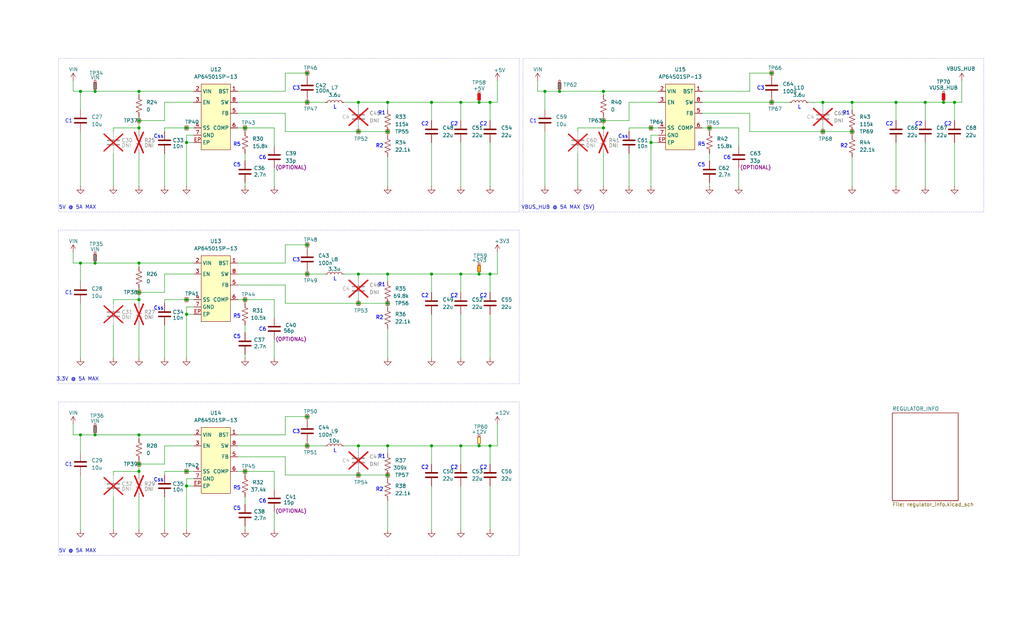
<source format=kicad_sch>
(kicad_sch
	(version 20250114)
	(generator "eeschema")
	(generator_version "9.0")
	(uuid "06af79e6-af6c-411d-acd2-425582448c4c")
	(paper "USLegal")
	
	(rectangle
		(start 181.61 20.32)
		(end 341.63 73.66)
		(stroke
			(width 0)
			(type dot)
		)
		(fill
			(type none)
		)
		(uuid 62f1caa4-eab9-4380-a120-1f7b64963715)
	)
	(rectangle
		(start 20.32 80.01)
		(end 180.34 133.35)
		(stroke
			(width 0)
			(type dot)
		)
		(fill
			(type none)
		)
		(uuid 81fa9cec-0fc3-4343-9638-afc28d61bba6)
	)
	(rectangle
		(start 20.32 139.7)
		(end 180.34 193.04)
		(stroke
			(width 0)
			(type dot)
		)
		(fill
			(type none)
		)
		(uuid a2e75f02-e696-4d3f-b18a-29ba7a62ac3a)
	)
	(rectangle
		(start 20.32 20.32)
		(end 180.34 73.66)
		(stroke
			(width 0)
			(type dot)
		)
		(fill
			(type none)
		)
		(uuid e095d424-3ed1-4e67-bb41-019fd765fe8d)
	)
	(text "VBUS_HUB @ 5A MAX (5V)"
		(exclude_from_sim no)
		(at 193.802 72.136 0)
		(effects
			(font
				(size 1.27 1.27)
			)
		)
		(uuid "3a5d7c26-222c-4724-aaf8-a46d501f0633")
	)
	(text "5V @ 5A MAX"
		(exclude_from_sim no)
		(at 26.924 72.136 0)
		(effects
			(font
				(size 1.27 1.27)
			)
		)
		(uuid "6821b7a4-f6ae-457e-bab8-d82f46d32a3d")
	)
	(text "3.3V @ 5A MAX"
		(exclude_from_sim no)
		(at 26.924 131.826 0)
		(effects
			(font
				(size 1.27 1.27)
			)
		)
		(uuid "72d1c63a-c3f1-46a1-b318-03b1c229b2b9")
	)
	(text "5V @ 5A MAX"
		(exclude_from_sim no)
		(at 26.924 191.516 0)
		(effects
			(font
				(size 1.27 1.27)
			)
		)
		(uuid "f5838268-f07a-4789-97da-28fb58e78ede")
	)
	(junction
		(at 106.68 25.4)
		(diameter 0)
		(color 0 0 0 0)
		(uuid "0074f86f-1abd-448f-805b-c4e315fef04f")
	)
	(junction
		(at 85.09 44.45)
		(diameter 0)
		(color 0 0 0 0)
		(uuid "0249d972-30b5-4fbe-90ff-28bc07e140d0")
	)
	(junction
		(at 226.06 44.45)
		(diameter 0)
		(color 0 0 0 0)
		(uuid "03017d38-02eb-473d-a010-e8f5217ad4b3")
	)
	(junction
		(at 209.55 44.45)
		(diameter 0)
		(color 0 0 0 0)
		(uuid "05b5c9b3-4f29-4a34-93e1-b446059a5586")
	)
	(junction
		(at 321.31 35.56)
		(diameter 0)
		(color 0 0 0 0)
		(uuid "0acbade7-bbf6-4d94-ae7e-5ae6e25dc010")
	)
	(junction
		(at 27.94 151.13)
		(diameter 0)
		(color 0 0 0 0)
		(uuid "0d7a5993-b84d-4ad9-acc0-2e5730ee5046")
	)
	(junction
		(at 124.46 154.94)
		(diameter 0)
		(color 0 0 0 0)
		(uuid "0d904ec7-08c8-4772-9558-c07f3f1698ef")
	)
	(junction
		(at 170.18 154.94)
		(diameter 0)
		(color 0 0 0 0)
		(uuid "11aaed1c-4c56-4ea2-838a-8188c50a8002")
	)
	(junction
		(at 33.02 91.44)
		(diameter 0)
		(color 0 0 0 0)
		(uuid "12712493-44aa-41f9-b7c6-cd22d756b378")
	)
	(junction
		(at 170.18 95.25)
		(diameter 0)
		(color 0 0 0 0)
		(uuid "1324163f-538b-4f4e-b515-11ca57b1dac5")
	)
	(junction
		(at 166.37 95.25)
		(diameter 0)
		(color 0 0 0 0)
		(uuid "19200c9a-dc8b-46b9-8ccc-6f46ef585ea3")
	)
	(junction
		(at 48.26 104.14)
		(diameter 0)
		(color 0 0 0 0)
		(uuid "1b725be5-fb1e-40d0-aa4a-781ee537ee61")
	)
	(junction
		(at 246.38 44.45)
		(diameter 0)
		(color 0 0 0 0)
		(uuid "1e10b4f7-04a0-4513-bd47-d8d5276e2b89")
	)
	(junction
		(at 33.02 31.75)
		(diameter 0)
		(color 0 0 0 0)
		(uuid "2a86485c-9431-4316-b448-c4a90de5e656")
	)
	(junction
		(at 209.55 31.75)
		(diameter 0)
		(color 0 0 0 0)
		(uuid "2aa34ebf-e0be-45e1-86eb-e6e584fd739e")
	)
	(junction
		(at 166.37 35.56)
		(diameter 0)
		(color 0 0 0 0)
		(uuid "2cff178f-0a23-4deb-a01b-0d2b026db9c5")
	)
	(junction
		(at 166.37 154.94)
		(diameter 0)
		(color 0 0 0 0)
		(uuid "3de611e7-e87f-4fe7-bdaa-02cf3dcb46ca")
	)
	(junction
		(at 48.26 161.29)
		(diameter 0)
		(color 0 0 0 0)
		(uuid "3e8fa64a-9163-4a06-9a68-94a883e97bd4")
	)
	(junction
		(at 48.26 101.6)
		(diameter 0)
		(color 0 0 0 0)
		(uuid "41b69294-6e5f-4e96-995b-d72c15fa7099")
	)
	(junction
		(at 124.46 35.56)
		(diameter 0)
		(color 0 0 0 0)
		(uuid "43733583-a027-4c60-aacb-c43b2c156a40")
	)
	(junction
		(at 27.94 31.75)
		(diameter 0)
		(color 0 0 0 0)
		(uuid "4f5e0b00-8b12-4bd8-a1fb-88c0a39eb8cd")
	)
	(junction
		(at 160.02 95.25)
		(diameter 0)
		(color 0 0 0 0)
		(uuid "539cdb3c-20d1-44c8-ad30-f9cfe176d12f")
	)
	(junction
		(at 124.46 105.41)
		(diameter 0)
		(color 0 0 0 0)
		(uuid "591e3b79-4a97-41da-962a-f7ba2c86b7a9")
	)
	(junction
		(at 160.02 35.56)
		(diameter 0)
		(color 0 0 0 0)
		(uuid "59d348cb-2abd-4225-9465-ab369def8e77")
	)
	(junction
		(at 48.26 91.44)
		(diameter 0)
		(color 0 0 0 0)
		(uuid "5e90cbd6-1c80-41c5-a55e-55dff6c29de3")
	)
	(junction
		(at 48.26 41.91)
		(diameter 0)
		(color 0 0 0 0)
		(uuid "5fd19a94-d1dd-455a-a718-9f35e3aa9930")
	)
	(junction
		(at 285.75 45.72)
		(diameter 0)
		(color 0 0 0 0)
		(uuid "65037491-42dd-4ad9-ae80-d6ebd02ae915")
	)
	(junction
		(at 267.97 35.56)
		(diameter 0)
		(color 0 0 0 0)
		(uuid "667d9894-954c-47d5-8a02-460a8fd189f8")
	)
	(junction
		(at 27.94 91.44)
		(diameter 0)
		(color 0 0 0 0)
		(uuid "6ab3430d-f56e-4d5b-8077-34d331ffeb1d")
	)
	(junction
		(at 134.62 45.72)
		(diameter 0)
		(color 0 0 0 0)
		(uuid "6eca912b-867b-47f9-9f2d-9637e87da4ab")
	)
	(junction
		(at 134.62 154.94)
		(diameter 0)
		(color 0 0 0 0)
		(uuid "729ba02e-6e62-431c-9a94-6ae0d669a910")
	)
	(junction
		(at 134.62 165.1)
		(diameter 0)
		(color 0 0 0 0)
		(uuid "795d428b-e62e-410c-89a3-82fbbaeb7281")
	)
	(junction
		(at 134.62 35.56)
		(diameter 0)
		(color 0 0 0 0)
		(uuid "8063fb6d-865e-404d-8874-114dcd1d4733")
	)
	(junction
		(at 85.09 163.83)
		(diameter 0)
		(color 0 0 0 0)
		(uuid "889e1de5-fc42-44b3-9b8b-096e79a7c697")
	)
	(junction
		(at 124.46 45.72)
		(diameter 0)
		(color 0 0 0 0)
		(uuid "8afd56a9-da5e-4aa7-adb7-678133ba303f")
	)
	(junction
		(at 311.15 35.56)
		(diameter 0)
		(color 0 0 0 0)
		(uuid "8b7a5e80-25ed-4280-bfdb-e8e875fdbbc2")
	)
	(junction
		(at 48.26 31.75)
		(diameter 0)
		(color 0 0 0 0)
		(uuid "8f4cc9f9-9f81-48f1-9ae8-57a2c4b96d77")
	)
	(junction
		(at 85.09 104.14)
		(diameter 0)
		(color 0 0 0 0)
		(uuid "97db43e7-965d-4717-b124-2234e11ffdcc")
	)
	(junction
		(at 64.77 49.53)
		(diameter 0)
		(color 0 0 0 0)
		(uuid "9a3b34a6-e197-4dd5-a4ec-c13c958d1dbe")
	)
	(junction
		(at 149.86 35.56)
		(diameter 0)
		(color 0 0 0 0)
		(uuid "9f34c46d-5365-451d-9c46-8464ca531a4a")
	)
	(junction
		(at 106.68 154.94)
		(diameter 0)
		(color 0 0 0 0)
		(uuid "a3b1b52e-69cb-4ba7-8ab7-19e22abd03e1")
	)
	(junction
		(at 149.86 154.94)
		(diameter 0)
		(color 0 0 0 0)
		(uuid "a3d608fd-5baa-4c1e-9301-9e0dbc597f69")
	)
	(junction
		(at 64.77 44.45)
		(diameter 0)
		(color 0 0 0 0)
		(uuid "a442df1f-ca71-4ee4-9c89-5e18179f5d4f")
	)
	(junction
		(at 285.75 35.56)
		(diameter 0)
		(color 0 0 0 0)
		(uuid "b33a48a4-926c-42b7-b88b-c9469837006f")
	)
	(junction
		(at 106.68 144.78)
		(diameter 0)
		(color 0 0 0 0)
		(uuid "b3c12dc5-8464-41a0-9199-d0b41b4bac7a")
	)
	(junction
		(at 134.62 105.41)
		(diameter 0)
		(color 0 0 0 0)
		(uuid "b4acb138-3a3d-4c89-b637-dcc4e736464a")
	)
	(junction
		(at 64.77 109.22)
		(diameter 0)
		(color 0 0 0 0)
		(uuid "b63c5ded-6f12-4562-b442-ac8f2cafe9f2")
	)
	(junction
		(at 106.68 85.09)
		(diameter 0)
		(color 0 0 0 0)
		(uuid "bb063cb7-bcc3-4156-a31f-e11b4d8dc765")
	)
	(junction
		(at 48.26 151.13)
		(diameter 0)
		(color 0 0 0 0)
		(uuid "beb7908c-7c81-489b-afdd-f2474e942e50")
	)
	(junction
		(at 33.02 151.13)
		(diameter 0)
		(color 0 0 0 0)
		(uuid "c00a664b-4699-4082-8dec-1e4ad7d41638")
	)
	(junction
		(at 331.47 35.56)
		(diameter 0)
		(color 0 0 0 0)
		(uuid "c3760467-97e5-4e6b-a4e4-18d5a4668b00")
	)
	(junction
		(at 295.91 45.72)
		(diameter 0)
		(color 0 0 0 0)
		(uuid "c5093937-7374-46cb-b2b3-c53a9179746f")
	)
	(junction
		(at 226.06 49.53)
		(diameter 0)
		(color 0 0 0 0)
		(uuid "c594de44-0dfc-4ddf-aaf0-2728fa4b500f")
	)
	(junction
		(at 64.77 168.91)
		(diameter 0)
		(color 0 0 0 0)
		(uuid "ccc44731-bedc-4d77-816c-202cb689cacf")
	)
	(junction
		(at 64.77 104.14)
		(diameter 0)
		(color 0 0 0 0)
		(uuid "d4292bb4-5346-4477-9314-939c60a20e44")
	)
	(junction
		(at 209.55 41.91)
		(diameter 0)
		(color 0 0 0 0)
		(uuid "d4dceb36-458e-4cef-9096-efc072cb113f")
	)
	(junction
		(at 124.46 95.25)
		(diameter 0)
		(color 0 0 0 0)
		(uuid "d6274550-d47f-4839-a1ce-aafc81b7e6d3")
	)
	(junction
		(at 48.26 44.45)
		(diameter 0)
		(color 0 0 0 0)
		(uuid "ddca9deb-fd55-4f34-bd3b-9e42dc458800")
	)
	(junction
		(at 134.62 95.25)
		(diameter 0)
		(color 0 0 0 0)
		(uuid "de5e9833-eceb-4605-90c9-0908dd032ac0")
	)
	(junction
		(at 327.66 35.56)
		(diameter 0)
		(color 0 0 0 0)
		(uuid "de84b011-4f09-4297-872e-e03a58ed1d19")
	)
	(junction
		(at 106.68 35.56)
		(diameter 0)
		(color 0 0 0 0)
		(uuid "e2303fac-8c22-4f0e-a52a-d55def812787")
	)
	(junction
		(at 267.97 25.4)
		(diameter 0)
		(color 0 0 0 0)
		(uuid "e77fdb7b-92ad-4444-9e54-f166a8b610a4")
	)
	(junction
		(at 64.77 163.83)
		(diameter 0)
		(color 0 0 0 0)
		(uuid "e83f1cd8-bdea-4f06-8625-f19c59c15c75")
	)
	(junction
		(at 48.26 163.83)
		(diameter 0)
		(color 0 0 0 0)
		(uuid "edd11669-5e5e-495a-bab3-c328b63ad4e7")
	)
	(junction
		(at 295.91 35.56)
		(diameter 0)
		(color 0 0 0 0)
		(uuid "edd1d3da-aff0-449b-b2cd-a59556b42983")
	)
	(junction
		(at 124.46 165.1)
		(diameter 0)
		(color 0 0 0 0)
		(uuid "ee2c8288-8382-4eac-8e0d-2a26f2c2a087")
	)
	(junction
		(at 149.86 95.25)
		(diameter 0)
		(color 0 0 0 0)
		(uuid "ee6c7543-4808-41d0-a690-1e9495ad8560")
	)
	(junction
		(at 160.02 154.94)
		(diameter 0)
		(color 0 0 0 0)
		(uuid "f31c03d0-1e84-4a89-a2fb-29e8630392d5")
	)
	(junction
		(at 170.18 35.56)
		(diameter 0)
		(color 0 0 0 0)
		(uuid "f79451ce-c144-4ac9-b977-caec27256642")
	)
	(junction
		(at 194.31 31.75)
		(diameter 0)
		(color 0 0 0 0)
		(uuid "f7fc2b26-3fe0-49b4-beef-fd726ef65bb3")
	)
	(junction
		(at 189.23 31.75)
		(diameter 0)
		(color 0 0 0 0)
		(uuid "fad0ba70-ddbc-4548-90d6-a4d6f398aaef")
	)
	(junction
		(at 106.68 95.25)
		(diameter 0)
		(color 0 0 0 0)
		(uuid "fbc2d8fb-6897-4810-960b-1bb0fe768c92")
	)
	(wire
		(pts
			(xy 119.38 35.56) (xy 124.46 35.56)
		)
		(stroke
			(width 0)
			(type default)
		)
		(uuid "002e7844-c2c5-477d-93ee-44dc8a8016d5")
	)
	(wire
		(pts
			(xy 39.37 163.83) (xy 48.26 163.83)
		)
		(stroke
			(width 0)
			(type default)
		)
		(uuid "017d8caa-e0f5-4f7b-9fad-5f267eeff31b")
	)
	(wire
		(pts
			(xy 124.46 105.41) (xy 134.62 105.41)
		)
		(stroke
			(width 0)
			(type default)
		)
		(uuid "02d0bf2e-e34b-4244-b42b-51e9d876c4a8")
	)
	(wire
		(pts
			(xy 64.77 49.53) (xy 67.31 49.53)
		)
		(stroke
			(width 0)
			(type default)
		)
		(uuid "03a19da7-af24-48dd-ac08-196ecfc000bd")
	)
	(wire
		(pts
			(xy 134.62 35.56) (xy 124.46 35.56)
		)
		(stroke
			(width 0)
			(type default)
		)
		(uuid "03ef5f80-4bb5-46ba-8f70-28475acc35cb")
	)
	(wire
		(pts
			(xy 243.84 39.37) (xy 260.35 39.37)
		)
		(stroke
			(width 0)
			(type default)
		)
		(uuid "04b73386-6488-491b-b002-e997c5b1a63b")
	)
	(wire
		(pts
			(xy 95.25 58.42) (xy 95.25 64.77)
		)
		(stroke
			(width 0)
			(type default)
		)
		(uuid "04bd7c55-a971-4d03-9472-fd2e97d1c471")
	)
	(wire
		(pts
			(xy 106.68 25.4) (xy 106.68 26.67)
		)
		(stroke
			(width 0)
			(type default)
		)
		(uuid "0585343b-95a0-43e3-9eaf-66bbfdda89b8")
	)
	(wire
		(pts
			(xy 85.09 104.14) (xy 85.09 105.41)
		)
		(stroke
			(width 0)
			(type default)
		)
		(uuid "05bb6b68-026b-4591-8b48-763fd1e68ff3")
	)
	(wire
		(pts
			(xy 218.44 44.45) (xy 226.06 44.45)
		)
		(stroke
			(width 0)
			(type default)
		)
		(uuid "087b228a-c853-4224-8568-47533c6b0317")
	)
	(wire
		(pts
			(xy 170.18 49.53) (xy 170.18 64.77)
		)
		(stroke
			(width 0)
			(type default)
		)
		(uuid "08934102-37b7-4f1e-bbd5-9687793d44d6")
	)
	(wire
		(pts
			(xy 160.02 109.22) (xy 160.02 124.46)
		)
		(stroke
			(width 0)
			(type default)
		)
		(uuid "0935bd0b-7ec8-4398-bfe6-3b473073e192")
	)
	(wire
		(pts
			(xy 170.18 95.25) (xy 170.18 101.6)
		)
		(stroke
			(width 0)
			(type default)
		)
		(uuid "0b671af6-c736-4550-a3d3-030af8bf1d85")
	)
	(wire
		(pts
			(xy 189.23 31.75) (xy 194.31 31.75)
		)
		(stroke
			(width 0)
			(type default)
		)
		(uuid "0cdc63f2-d367-41d0-84ae-5f11cf3364de")
	)
	(wire
		(pts
			(xy 295.91 35.56) (xy 285.75 35.56)
		)
		(stroke
			(width 0)
			(type default)
		)
		(uuid "0d3fd098-bf85-4840-9f40-4cd917998c21")
	)
	(wire
		(pts
			(xy 95.25 177.8) (xy 95.25 184.15)
		)
		(stroke
			(width 0)
			(type default)
		)
		(uuid "0dd49e90-24a7-4c33-b33f-7b6ac02d6cf4")
	)
	(wire
		(pts
			(xy 134.62 45.72) (xy 134.62 46.99)
		)
		(stroke
			(width 0)
			(type default)
		)
		(uuid "0e97027d-da3e-4303-8b05-745a3e2a4275")
	)
	(wire
		(pts
			(xy 119.38 154.94) (xy 124.46 154.94)
		)
		(stroke
			(width 0)
			(type default)
		)
		(uuid "1093a2ff-3349-4bf3-895e-0b42dea5da22")
	)
	(wire
		(pts
			(xy 99.06 25.4) (xy 106.68 25.4)
		)
		(stroke
			(width 0)
			(type default)
		)
		(uuid "11e80eea-401a-45e2-9379-dc24ed147326")
	)
	(wire
		(pts
			(xy 106.68 35.56) (xy 106.68 34.29)
		)
		(stroke
			(width 0)
			(type default)
		)
		(uuid "12c3ba7c-e178-46c7-8d51-e01df0a26237")
	)
	(wire
		(pts
			(xy 243.84 44.45) (xy 246.38 44.45)
		)
		(stroke
			(width 0)
			(type default)
		)
		(uuid "15a88e55-1bd3-4fbd-b8de-46c6d43f5c4c")
	)
	(wire
		(pts
			(xy 285.75 45.72) (xy 295.91 45.72)
		)
		(stroke
			(width 0)
			(type default)
		)
		(uuid "1616e047-da41-418f-abdb-69be6c03156e")
	)
	(wire
		(pts
			(xy 134.62 54.61) (xy 134.62 64.77)
		)
		(stroke
			(width 0)
			(type default)
		)
		(uuid "176b2063-02ac-4c3c-99a7-ce3e5b7100b4")
	)
	(wire
		(pts
			(xy 166.37 95.25) (xy 170.18 95.25)
		)
		(stroke
			(width 0)
			(type default)
		)
		(uuid "18641d44-e146-4257-86db-fded345c15f2")
	)
	(wire
		(pts
			(xy 64.77 104.14) (xy 67.31 104.14)
		)
		(stroke
			(width 0)
			(type default)
		)
		(uuid "18bb3839-1c40-4dc8-ae19-5ee5efbf11ab")
	)
	(wire
		(pts
			(xy 82.55 44.45) (xy 85.09 44.45)
		)
		(stroke
			(width 0)
			(type default)
		)
		(uuid "1a7a7cb4-a5d0-4309-9300-ac7d7561b1d4")
	)
	(wire
		(pts
			(xy 82.55 31.75) (xy 99.06 31.75)
		)
		(stroke
			(width 0)
			(type default)
		)
		(uuid "1ea48421-8c27-4f7c-9de7-9ef949f22a62")
	)
	(wire
		(pts
			(xy 48.26 91.44) (xy 67.31 91.44)
		)
		(stroke
			(width 0)
			(type default)
		)
		(uuid "1f5d7baf-87fb-49d5-8cc0-a57e3c9455a3")
	)
	(wire
		(pts
			(xy 48.26 172.72) (xy 48.26 184.15)
		)
		(stroke
			(width 0)
			(type default)
		)
		(uuid "1fb0b1f5-ee1a-4555-b72c-8f584c9dad55")
	)
	(wire
		(pts
			(xy 285.75 44.45) (xy 285.75 45.72)
		)
		(stroke
			(width 0)
			(type default)
		)
		(uuid "21017cfe-89a7-45c8-9f91-500a54001aa6")
	)
	(wire
		(pts
			(xy 82.55 158.75) (xy 99.06 158.75)
		)
		(stroke
			(width 0)
			(type default)
		)
		(uuid "224d7fc6-5793-4280-8536-a21dba7338df")
	)
	(wire
		(pts
			(xy 134.62 35.56) (xy 149.86 35.56)
		)
		(stroke
			(width 0)
			(type default)
		)
		(uuid "224ea3dd-3863-4cff-892e-803b32c7fd5b")
	)
	(wire
		(pts
			(xy 99.06 99.06) (xy 99.06 105.41)
		)
		(stroke
			(width 0)
			(type default)
		)
		(uuid "230c08ef-3480-4cd9-9dac-23a554b515ad")
	)
	(wire
		(pts
			(xy 48.26 101.6) (xy 48.26 104.14)
		)
		(stroke
			(width 0)
			(type default)
		)
		(uuid "237aeb3f-8972-4c05-bebc-3e004be98f20")
	)
	(wire
		(pts
			(xy 57.15 163.83) (xy 64.77 163.83)
		)
		(stroke
			(width 0)
			(type default)
		)
		(uuid "2535dcc7-5528-47b0-b85a-e4cfe599314b")
	)
	(wire
		(pts
			(xy 57.15 35.56) (xy 57.15 41.91)
		)
		(stroke
			(width 0)
			(type default)
		)
		(uuid "270b7503-622b-4d1e-ab27-a863e11396b7")
	)
	(wire
		(pts
			(xy 200.66 53.34) (xy 200.66 64.77)
		)
		(stroke
			(width 0)
			(type default)
		)
		(uuid "2a4a9058-e26b-4452-810e-7cb33367ac78")
	)
	(wire
		(pts
			(xy 124.46 104.14) (xy 124.46 105.41)
		)
		(stroke
			(width 0)
			(type default)
		)
		(uuid "2accd558-9d35-4c95-8d50-7bfa723b1979")
	)
	(wire
		(pts
			(xy 321.31 35.56) (xy 321.31 41.91)
		)
		(stroke
			(width 0)
			(type default)
		)
		(uuid "2c7575be-097b-4cb2-b250-474b3a466e8c")
	)
	(wire
		(pts
			(xy 334.01 35.56) (xy 331.47 35.56)
		)
		(stroke
			(width 0)
			(type default)
		)
		(uuid "2cf0b2cb-f4d1-4b60-a0d2-3d092f7bcd9a")
	)
	(wire
		(pts
			(xy 311.15 49.53) (xy 311.15 64.77)
		)
		(stroke
			(width 0)
			(type default)
		)
		(uuid "2daa11f4-ef41-4c2f-ac79-a61884ab1570")
	)
	(wire
		(pts
			(xy 149.86 154.94) (xy 160.02 154.94)
		)
		(stroke
			(width 0)
			(type default)
		)
		(uuid "2eb46378-c03d-445c-bdaa-1354c23280bc")
	)
	(wire
		(pts
			(xy 226.06 49.53) (xy 228.6 49.53)
		)
		(stroke
			(width 0)
			(type default)
		)
		(uuid "308eb04a-c4c5-4a69-a72f-c2e7f648166a")
	)
	(wire
		(pts
			(xy 172.72 35.56) (xy 170.18 35.56)
		)
		(stroke
			(width 0)
			(type default)
		)
		(uuid "31e7a3ab-7d8e-4221-893b-67107d0938c3")
	)
	(wire
		(pts
			(xy 48.26 41.91) (xy 48.26 44.45)
		)
		(stroke
			(width 0)
			(type default)
		)
		(uuid "3229b01e-faab-4338-8e4c-cea55ca4dfd9")
	)
	(wire
		(pts
			(xy 57.15 44.45) (xy 57.15 45.72)
		)
		(stroke
			(width 0)
			(type default)
		)
		(uuid "32c06df2-6d66-4a0e-a925-1661e9f4ea59")
	)
	(wire
		(pts
			(xy 209.55 31.75) (xy 228.6 31.75)
		)
		(stroke
			(width 0)
			(type default)
		)
		(uuid "33bed13e-872b-4b35-bc4e-c20f3949c13b")
	)
	(wire
		(pts
			(xy 82.55 163.83) (xy 85.09 163.83)
		)
		(stroke
			(width 0)
			(type default)
		)
		(uuid "343da14d-d962-459e-8b62-86f4d64559c3")
	)
	(wire
		(pts
			(xy 124.46 165.1) (xy 134.62 165.1)
		)
		(stroke
			(width 0)
			(type default)
		)
		(uuid "35a758cc-bee9-468b-a355-a65b4beaa25a")
	)
	(wire
		(pts
			(xy 27.94 91.44) (xy 33.02 91.44)
		)
		(stroke
			(width 0)
			(type default)
		)
		(uuid "3770d68d-6d9a-4512-818f-52ad1fc5528a")
	)
	(wire
		(pts
			(xy 106.68 35.56) (xy 113.03 35.56)
		)
		(stroke
			(width 0)
			(type default)
		)
		(uuid "37bdad57-d681-47e2-8413-6b81da816e41")
	)
	(wire
		(pts
			(xy 82.55 95.25) (xy 106.68 95.25)
		)
		(stroke
			(width 0)
			(type default)
		)
		(uuid "381acf59-4002-4b17-9c7f-c6985c778df1")
	)
	(wire
		(pts
			(xy 260.35 45.72) (xy 285.75 45.72)
		)
		(stroke
			(width 0)
			(type default)
		)
		(uuid "3e449f9f-63f2-4eff-bfcd-e17b6c5fc155")
	)
	(wire
		(pts
			(xy 39.37 113.03) (xy 39.37 124.46)
		)
		(stroke
			(width 0)
			(type default)
		)
		(uuid "3f30b7cd-ba13-41a2-8e8c-35aef3a9ac97")
	)
	(wire
		(pts
			(xy 295.91 54.61) (xy 295.91 64.77)
		)
		(stroke
			(width 0)
			(type default)
		)
		(uuid "42cef560-c87c-491e-9a66-8c414c50d6b6")
	)
	(wire
		(pts
			(xy 226.06 49.53) (xy 226.06 46.99)
		)
		(stroke
			(width 0)
			(type default)
		)
		(uuid "4385834e-ff91-4743-ba11-64f0ce7c88d2")
	)
	(wire
		(pts
			(xy 106.68 85.09) (xy 106.68 86.36)
		)
		(stroke
			(width 0)
			(type default)
		)
		(uuid "43eb57bf-ef20-477a-87e8-5212d2066896")
	)
	(wire
		(pts
			(xy 27.94 38.1) (xy 27.94 31.75)
		)
		(stroke
			(width 0)
			(type default)
		)
		(uuid "44536d51-2d3b-47ab-b617-2aa70d1e3dd8")
	)
	(wire
		(pts
			(xy 48.26 100.33) (xy 48.26 101.6)
		)
		(stroke
			(width 0)
			(type default)
		)
		(uuid "44ff9592-176d-4050-ae6a-99a93d4ce91b")
	)
	(wire
		(pts
			(xy 124.46 163.83) (xy 124.46 165.1)
		)
		(stroke
			(width 0)
			(type default)
		)
		(uuid "466dc561-1455-4242-b272-17046759304c")
	)
	(wire
		(pts
			(xy 64.77 109.22) (xy 67.31 109.22)
		)
		(stroke
			(width 0)
			(type default)
		)
		(uuid "4675d918-da6e-459d-95dd-995cc11db29f")
	)
	(wire
		(pts
			(xy 209.55 44.45) (xy 209.55 45.72)
		)
		(stroke
			(width 0)
			(type default)
		)
		(uuid "47600ea8-6b59-4444-9475-3b79f015711f")
	)
	(wire
		(pts
			(xy 48.26 161.29) (xy 57.15 161.29)
		)
		(stroke
			(width 0)
			(type default)
		)
		(uuid "4774cf98-b7fd-4353-a0dd-ed86ee116014")
	)
	(wire
		(pts
			(xy 134.62 105.41) (xy 134.62 106.68)
		)
		(stroke
			(width 0)
			(type default)
		)
		(uuid "49738812-67a5-4b22-ac9c-d7ca777d975f")
	)
	(wire
		(pts
			(xy 27.94 151.13) (xy 33.02 151.13)
		)
		(stroke
			(width 0)
			(type default)
		)
		(uuid "499632d5-a517-4ca6-a143-a4b2918acdd3")
	)
	(wire
		(pts
			(xy 57.15 53.34) (xy 57.15 64.77)
		)
		(stroke
			(width 0)
			(type default)
		)
		(uuid "4ae524e8-0e3a-4ff2-8319-32cd8028231b")
	)
	(wire
		(pts
			(xy 57.15 113.03) (xy 57.15 124.46)
		)
		(stroke
			(width 0)
			(type default)
		)
		(uuid "4b2dbf48-8ccf-4f7f-a784-cf5c7a2faf65")
	)
	(wire
		(pts
			(xy 160.02 35.56) (xy 160.02 41.91)
		)
		(stroke
			(width 0)
			(type default)
		)
		(uuid "4cca9548-03d0-4908-b2de-a11415b7e3b9")
	)
	(wire
		(pts
			(xy 106.68 144.78) (xy 106.68 146.05)
		)
		(stroke
			(width 0)
			(type default)
		)
		(uuid "4cd1913c-929b-42f3-9c56-242bf2f3b73d")
	)
	(wire
		(pts
			(xy 218.44 35.56) (xy 218.44 41.91)
		)
		(stroke
			(width 0)
			(type default)
		)
		(uuid "4d163f1a-f5d4-4893-9a95-78ac5da7831d")
	)
	(wire
		(pts
			(xy 209.55 53.34) (xy 209.55 64.77)
		)
		(stroke
			(width 0)
			(type default)
		)
		(uuid "4dbb142e-9e21-498d-ad9e-39c94678420d")
	)
	(wire
		(pts
			(xy 166.37 35.56) (xy 170.18 35.56)
		)
		(stroke
			(width 0)
			(type default)
		)
		(uuid "4f01b85a-b7e4-48d9-9cfc-1a5c0ba898eb")
	)
	(wire
		(pts
			(xy 99.06 25.4) (xy 99.06 31.75)
		)
		(stroke
			(width 0)
			(type default)
		)
		(uuid "4fdbe848-71f7-445e-be03-fde6cfbbfeb6")
	)
	(wire
		(pts
			(xy 170.18 168.91) (xy 170.18 184.15)
		)
		(stroke
			(width 0)
			(type default)
		)
		(uuid "50e80097-cf43-4a09-b9cd-f626bba9bd2a")
	)
	(wire
		(pts
			(xy 295.91 38.1) (xy 295.91 35.56)
		)
		(stroke
			(width 0)
			(type default)
		)
		(uuid "517c86e2-c2b4-4430-9c40-7b63b216862a")
	)
	(wire
		(pts
			(xy 172.72 95.25) (xy 170.18 95.25)
		)
		(stroke
			(width 0)
			(type default)
		)
		(uuid "53c265cc-85a7-47c8-b8b4-fbce40a95a87")
	)
	(wire
		(pts
			(xy 334.01 27.94) (xy 334.01 35.56)
		)
		(stroke
			(width 0)
			(type default)
		)
		(uuid "5627b5d4-91fc-4dc5-8bcd-c8e32dbe68b6")
	)
	(wire
		(pts
			(xy 160.02 154.94) (xy 166.37 154.94)
		)
		(stroke
			(width 0)
			(type default)
		)
		(uuid "56b6ab47-77c3-4b20-b1d4-34e6a12a6fbd")
	)
	(wire
		(pts
			(xy 209.55 41.91) (xy 209.55 44.45)
		)
		(stroke
			(width 0)
			(type default)
		)
		(uuid "56c5288c-88a4-4efa-8085-e2d74211b3c8")
	)
	(wire
		(pts
			(xy 64.77 163.83) (xy 67.31 163.83)
		)
		(stroke
			(width 0)
			(type default)
		)
		(uuid "56cec38e-abd6-461c-b7d0-0392ab3ea42b")
	)
	(wire
		(pts
			(xy 200.66 45.72) (xy 200.66 44.45)
		)
		(stroke
			(width 0)
			(type default)
		)
		(uuid "579b2d52-8db9-44cc-9aa3-00ab38fc18a6")
	)
	(wire
		(pts
			(xy 82.55 91.44) (xy 99.06 91.44)
		)
		(stroke
			(width 0)
			(type default)
		)
		(uuid "57cbe17d-0e70-4fbd-9afd-52e1fb6f48b3")
	)
	(wire
		(pts
			(xy 25.4 151.13) (xy 27.94 151.13)
		)
		(stroke
			(width 0)
			(type default)
		)
		(uuid "59afcb59-132a-4e11-9215-6efaef52c3ca")
	)
	(wire
		(pts
			(xy 85.09 172.72) (xy 85.09 175.26)
		)
		(stroke
			(width 0)
			(type default)
		)
		(uuid "5a53279d-2241-4a19-85d3-ea0a34ec6797")
	)
	(wire
		(pts
			(xy 119.38 95.25) (xy 124.46 95.25)
		)
		(stroke
			(width 0)
			(type default)
		)
		(uuid "5ae500fd-0d93-4b6f-8148-26971a848783")
	)
	(wire
		(pts
			(xy 64.77 168.91) (xy 64.77 166.37)
		)
		(stroke
			(width 0)
			(type default)
		)
		(uuid "5afad6eb-c643-4aee-90e6-f25e70e9d749")
	)
	(wire
		(pts
			(xy 39.37 53.34) (xy 39.37 64.77)
		)
		(stroke
			(width 0)
			(type default)
		)
		(uuid "5b7d41c2-9de2-4b4c-aaab-7283469146da")
	)
	(wire
		(pts
			(xy 134.62 114.3) (xy 134.62 124.46)
		)
		(stroke
			(width 0)
			(type default)
		)
		(uuid "611b9401-5ad9-4d0c-b6b1-4381c36d75ae")
	)
	(wire
		(pts
			(xy 134.62 154.94) (xy 124.46 154.94)
		)
		(stroke
			(width 0)
			(type default)
		)
		(uuid "6357d3cd-b218-45a3-aa0e-3ba6fe258f96")
	)
	(wire
		(pts
			(xy 134.62 95.25) (xy 124.46 95.25)
		)
		(stroke
			(width 0)
			(type default)
		)
		(uuid "6432b09e-1032-4fbe-be20-a5f7ec821f02")
	)
	(wire
		(pts
			(xy 189.23 45.72) (xy 189.23 64.77)
		)
		(stroke
			(width 0)
			(type default)
		)
		(uuid "643f15e1-87ad-40a6-a729-40ea65648759")
	)
	(wire
		(pts
			(xy 48.26 44.45) (xy 48.26 45.72)
		)
		(stroke
			(width 0)
			(type default)
		)
		(uuid "649cd1d9-d93e-486c-8469-527d765152dc")
	)
	(wire
		(pts
			(xy 311.15 35.56) (xy 321.31 35.56)
		)
		(stroke
			(width 0)
			(type default)
		)
		(uuid "65744f88-b777-4ede-be66-51efbba5b399")
	)
	(wire
		(pts
			(xy 209.55 31.75) (xy 209.55 33.02)
		)
		(stroke
			(width 0)
			(type default)
		)
		(uuid "6616e865-3826-4412-b4a4-f100495a9f72")
	)
	(wire
		(pts
			(xy 149.86 154.94) (xy 149.86 161.29)
		)
		(stroke
			(width 0)
			(type default)
		)
		(uuid "669e8a3c-cd0e-4452-a563-dce820bedf0c")
	)
	(wire
		(pts
			(xy 226.06 64.77) (xy 226.06 49.53)
		)
		(stroke
			(width 0)
			(type default)
		)
		(uuid "67017177-2801-4dcb-b5dd-d44d92a9cc59")
	)
	(wire
		(pts
			(xy 48.26 113.03) (xy 48.26 124.46)
		)
		(stroke
			(width 0)
			(type default)
		)
		(uuid "67cb335c-c1fe-4773-b8af-9d0a8ea9ff85")
	)
	(wire
		(pts
			(xy 149.86 95.25) (xy 160.02 95.25)
		)
		(stroke
			(width 0)
			(type default)
		)
		(uuid "682578ae-0260-4a2d-8214-cd58641c63cc")
	)
	(wire
		(pts
			(xy 82.55 99.06) (xy 99.06 99.06)
		)
		(stroke
			(width 0)
			(type default)
		)
		(uuid "684f5884-6835-4f86-a48b-2a0eeae727bf")
	)
	(wire
		(pts
			(xy 321.31 49.53) (xy 321.31 64.77)
		)
		(stroke
			(width 0)
			(type default)
		)
		(uuid "69872b1e-99a6-4dcf-ac5d-efea708f5845")
	)
	(wire
		(pts
			(xy 48.26 91.44) (xy 48.26 92.71)
		)
		(stroke
			(width 0)
			(type default)
		)
		(uuid "69ac7b4c-ea9b-4e14-8b8d-975528afee0f")
	)
	(wire
		(pts
			(xy 295.91 35.56) (xy 311.15 35.56)
		)
		(stroke
			(width 0)
			(type default)
		)
		(uuid "6a9b8d17-cbad-4be1-af9e-9646dcb5c09a")
	)
	(wire
		(pts
			(xy 27.94 97.79) (xy 27.94 91.44)
		)
		(stroke
			(width 0)
			(type default)
		)
		(uuid "6ab969fe-4882-4353-9d4b-0bff777c0590")
	)
	(wire
		(pts
			(xy 149.86 168.91) (xy 149.86 184.15)
		)
		(stroke
			(width 0)
			(type default)
		)
		(uuid "6b9425bb-c935-4008-a5a7-8875610a2629")
	)
	(wire
		(pts
			(xy 124.46 35.56) (xy 124.46 36.83)
		)
		(stroke
			(width 0)
			(type default)
		)
		(uuid "6c88d6e3-c9a9-42c3-addc-9e0414ed3d88")
	)
	(wire
		(pts
			(xy 64.77 124.46) (xy 64.77 109.22)
		)
		(stroke
			(width 0)
			(type default)
		)
		(uuid "6c8f681e-3be5-49c5-9ac0-bd588411a9c4")
	)
	(wire
		(pts
			(xy 48.26 160.02) (xy 48.26 161.29)
		)
		(stroke
			(width 0)
			(type default)
		)
		(uuid "6e8e5e88-8c96-43ea-b5f1-82295f036915")
	)
	(wire
		(pts
			(xy 85.09 123.19) (xy 85.09 124.46)
		)
		(stroke
			(width 0)
			(type default)
		)
		(uuid "71e66afe-cb2b-4c11-9783-5387aece4406")
	)
	(wire
		(pts
			(xy 82.55 154.94) (xy 106.68 154.94)
		)
		(stroke
			(width 0)
			(type default)
		)
		(uuid "747b66a4-ddc9-401a-b0e3-e649ca5b2bc6")
	)
	(wire
		(pts
			(xy 39.37 105.41) (xy 39.37 104.14)
		)
		(stroke
			(width 0)
			(type default)
		)
		(uuid "76a1d6ea-6c1c-486d-b9c1-f843bd7bb33f")
	)
	(wire
		(pts
			(xy 327.66 35.56) (xy 331.47 35.56)
		)
		(stroke
			(width 0)
			(type default)
		)
		(uuid "76bf6e94-b1a7-41d9-8974-79e2f4fdc206")
	)
	(wire
		(pts
			(xy 124.46 45.72) (xy 134.62 45.72)
		)
		(stroke
			(width 0)
			(type default)
		)
		(uuid "770bd9ae-46c4-4262-94cf-e3d5783bab15")
	)
	(wire
		(pts
			(xy 99.06 165.1) (xy 124.46 165.1)
		)
		(stroke
			(width 0)
			(type default)
		)
		(uuid "77caa36a-0c94-496a-ab23-415f55a7cad2")
	)
	(wire
		(pts
			(xy 331.47 35.56) (xy 331.47 41.91)
		)
		(stroke
			(width 0)
			(type default)
		)
		(uuid "787badca-b0c7-4710-9260-67eca740c856")
	)
	(wire
		(pts
			(xy 170.18 35.56) (xy 170.18 41.91)
		)
		(stroke
			(width 0)
			(type default)
		)
		(uuid "78d7e6d2-14d5-4fae-868d-a14b02780dd6")
	)
	(wire
		(pts
			(xy 82.55 104.14) (xy 85.09 104.14)
		)
		(stroke
			(width 0)
			(type default)
		)
		(uuid "795ccbf6-a036-4d36-920d-f4a57f465772")
	)
	(wire
		(pts
			(xy 160.02 95.25) (xy 166.37 95.25)
		)
		(stroke
			(width 0)
			(type default)
		)
		(uuid "7ad9954e-b0e2-4908-bf75-18623442a30e")
	)
	(wire
		(pts
			(xy 99.06 158.75) (xy 99.06 165.1)
		)
		(stroke
			(width 0)
			(type default)
		)
		(uuid "7ec3ad4d-451b-412e-a153-b6a02c086f48")
	)
	(wire
		(pts
			(xy 95.25 118.11) (xy 95.25 124.46)
		)
		(stroke
			(width 0)
			(type default)
		)
		(uuid "7eca795b-15ed-4c9b-8553-dd7587b07848")
	)
	(wire
		(pts
			(xy 149.86 109.22) (xy 149.86 124.46)
		)
		(stroke
			(width 0)
			(type default)
		)
		(uuid "7f11ffce-72a9-421e-af05-1fcba83a75d4")
	)
	(wire
		(pts
			(xy 64.77 166.37) (xy 67.31 166.37)
		)
		(stroke
			(width 0)
			(type default)
		)
		(uuid "7f39b542-985f-4200-8fd4-bafde670e81a")
	)
	(wire
		(pts
			(xy 124.46 44.45) (xy 124.46 45.72)
		)
		(stroke
			(width 0)
			(type default)
		)
		(uuid "7f80b0e8-9134-4ea4-ac17-b6d1bd53aa57")
	)
	(wire
		(pts
			(xy 260.35 25.4) (xy 267.97 25.4)
		)
		(stroke
			(width 0)
			(type default)
		)
		(uuid "7febc7ca-65d5-4a14-9a7d-fbeaaf6a58d4")
	)
	(wire
		(pts
			(xy 99.06 39.37) (xy 99.06 45.72)
		)
		(stroke
			(width 0)
			(type default)
		)
		(uuid "806fdb12-c7e2-4082-9f14-120183025cd9")
	)
	(wire
		(pts
			(xy 134.62 165.1) (xy 134.62 166.37)
		)
		(stroke
			(width 0)
			(type default)
		)
		(uuid "83238fd9-3336-4a32-a54a-eb71c5bc2e7a")
	)
	(wire
		(pts
			(xy 160.02 35.56) (xy 166.37 35.56)
		)
		(stroke
			(width 0)
			(type default)
		)
		(uuid "84462025-eb0a-4fe1-9918-0ab70a1b7a1d")
	)
	(wire
		(pts
			(xy 99.06 85.09) (xy 106.68 85.09)
		)
		(stroke
			(width 0)
			(type default)
		)
		(uuid "857d856c-4209-4c2a-abb1-485c87c728c4")
	)
	(wire
		(pts
			(xy 25.4 31.75) (xy 27.94 31.75)
		)
		(stroke
			(width 0)
			(type default)
		)
		(uuid "85f7edeb-e817-4901-be4e-a493d83c3984")
	)
	(wire
		(pts
			(xy 57.15 95.25) (xy 57.15 101.6)
		)
		(stroke
			(width 0)
			(type default)
		)
		(uuid "864d2880-cf1a-4412-8bd4-c943cc26d575")
	)
	(wire
		(pts
			(xy 218.44 44.45) (xy 218.44 45.72)
		)
		(stroke
			(width 0)
			(type default)
		)
		(uuid "8657ce1e-e6ad-4435-b6a9-a83bb8c9bb62")
	)
	(wire
		(pts
			(xy 27.94 31.75) (xy 33.02 31.75)
		)
		(stroke
			(width 0)
			(type default)
		)
		(uuid "89f8a3c4-0f87-4b80-b476-1c39aa536c2f")
	)
	(wire
		(pts
			(xy 48.26 151.13) (xy 48.26 152.4)
		)
		(stroke
			(width 0)
			(type default)
		)
		(uuid "8a673668-350c-4469-bb00-a91390ad35dc")
	)
	(wire
		(pts
			(xy 64.77 49.53) (xy 64.77 46.99)
		)
		(stroke
			(width 0)
			(type default)
		)
		(uuid "8bb3e01e-c76f-4dd6-bc98-6a54df1d3c6a")
	)
	(wire
		(pts
			(xy 256.54 50.8) (xy 256.54 44.45)
		)
		(stroke
			(width 0)
			(type default)
		)
		(uuid "8ccaef23-6815-4463-aa75-fbba51d18e7a")
	)
	(wire
		(pts
			(xy 267.97 25.4) (xy 267.97 26.67)
		)
		(stroke
			(width 0)
			(type default)
		)
		(uuid "8f19fabb-a289-431c-9df2-2a3374a660ba")
	)
	(wire
		(pts
			(xy 67.31 95.25) (xy 57.15 95.25)
		)
		(stroke
			(width 0)
			(type default)
		)
		(uuid "8fc6910d-ccde-4d2d-a1b7-b5eb30aab01d")
	)
	(wire
		(pts
			(xy 64.77 64.77) (xy 64.77 49.53)
		)
		(stroke
			(width 0)
			(type default)
		)
		(uuid "901241fc-a15e-46a8-b97e-d42af3652df6")
	)
	(wire
		(pts
			(xy 228.6 35.56) (xy 218.44 35.56)
		)
		(stroke
			(width 0)
			(type default)
		)
		(uuid "9293b3a9-8cf0-49d1-a70c-14aebf4bb2ad")
	)
	(wire
		(pts
			(xy 260.35 25.4) (xy 260.35 31.75)
		)
		(stroke
			(width 0)
			(type default)
		)
		(uuid "92edf0e3-d3d6-40a1-8dcd-a8b2e2e2de94")
	)
	(wire
		(pts
			(xy 226.06 44.45) (xy 228.6 44.45)
		)
		(stroke
			(width 0)
			(type default)
		)
		(uuid "93afacd5-f0f2-4c83-9274-1b025442fd71")
	)
	(wire
		(pts
			(xy 172.72 154.94) (xy 170.18 154.94)
		)
		(stroke
			(width 0)
			(type default)
		)
		(uuid "93e30e98-5189-41c1-935a-6ef2e391c082")
	)
	(wire
		(pts
			(xy 25.4 27.94) (xy 25.4 31.75)
		)
		(stroke
			(width 0)
			(type default)
		)
		(uuid "957f866c-11d1-4033-8e69-bf38c21f3c53")
	)
	(wire
		(pts
			(xy 57.15 163.83) (xy 57.15 165.1)
		)
		(stroke
			(width 0)
			(type default)
		)
		(uuid "96da3e4e-fa2d-42af-aeba-620a26c78833")
	)
	(wire
		(pts
			(xy 134.62 97.79) (xy 134.62 95.25)
		)
		(stroke
			(width 0)
			(type default)
		)
		(uuid "96ecdbbb-d0a1-4b09-980c-6311afd6838f")
	)
	(wire
		(pts
			(xy 99.06 144.78) (xy 106.68 144.78)
		)
		(stroke
			(width 0)
			(type default)
		)
		(uuid "973ff0cb-e1a2-4d8d-8fe9-874fc2316ec5")
	)
	(wire
		(pts
			(xy 27.94 105.41) (xy 27.94 124.46)
		)
		(stroke
			(width 0)
			(type default)
		)
		(uuid "9826916b-70e6-46a2-a9e2-9eba5ed85417")
	)
	(wire
		(pts
			(xy 267.97 35.56) (xy 274.32 35.56)
		)
		(stroke
			(width 0)
			(type default)
		)
		(uuid "98a33403-ded3-4256-82ac-e563e54bd690")
	)
	(wire
		(pts
			(xy 243.84 31.75) (xy 260.35 31.75)
		)
		(stroke
			(width 0)
			(type default)
		)
		(uuid "99126553-6a31-4d46-9c85-9e6d4f63875b")
	)
	(wire
		(pts
			(xy 85.09 104.14) (xy 95.25 104.14)
		)
		(stroke
			(width 0)
			(type default)
		)
		(uuid "9acbb380-a858-4fde-96af-1cac1169d9b2")
	)
	(wire
		(pts
			(xy 25.4 147.32) (xy 25.4 151.13)
		)
		(stroke
			(width 0)
			(type default)
		)
		(uuid "9d21f0fe-4329-4d12-a3a4-ec74849913e7")
	)
	(wire
		(pts
			(xy 27.94 45.72) (xy 27.94 64.77)
		)
		(stroke
			(width 0)
			(type default)
		)
		(uuid "a0d85709-9b87-4df5-aab3-d449f5d68f41")
	)
	(wire
		(pts
			(xy 170.18 154.94) (xy 170.18 161.29)
		)
		(stroke
			(width 0)
			(type default)
		)
		(uuid "a2b4df4c-14cc-4f8c-9888-fbf33b48ef69")
	)
	(wire
		(pts
			(xy 134.62 154.94) (xy 149.86 154.94)
		)
		(stroke
			(width 0)
			(type default)
		)
		(uuid "a37c729b-869b-457e-97d8-26e2355cd138")
	)
	(wire
		(pts
			(xy 194.31 31.75) (xy 209.55 31.75)
		)
		(stroke
			(width 0)
			(type default)
		)
		(uuid "a4a382ca-1c12-4ea7-aa38-d90f9ba75606")
	)
	(wire
		(pts
			(xy 48.26 40.64) (xy 48.26 41.91)
		)
		(stroke
			(width 0)
			(type default)
		)
		(uuid "a5ed7bdf-f67b-45f3-87db-d2fb2013c009")
	)
	(wire
		(pts
			(xy 99.06 45.72) (xy 124.46 45.72)
		)
		(stroke
			(width 0)
			(type default)
		)
		(uuid "a6921e5d-67e9-4189-90be-903b516b3fa0")
	)
	(wire
		(pts
			(xy 64.77 46.99) (xy 67.31 46.99)
		)
		(stroke
			(width 0)
			(type default)
		)
		(uuid "a6f32c0a-8897-4c1d-ac74-ffb6c147fe84")
	)
	(wire
		(pts
			(xy 124.46 154.94) (xy 124.46 156.21)
		)
		(stroke
			(width 0)
			(type default)
		)
		(uuid "a72a880d-d8fd-4aac-aa79-f626b414a2c6")
	)
	(wire
		(pts
			(xy 64.77 184.15) (xy 64.77 168.91)
		)
		(stroke
			(width 0)
			(type default)
		)
		(uuid "a73df51c-723c-4b9b-8105-a96dacc9ce01")
	)
	(wire
		(pts
			(xy 106.68 154.94) (xy 113.03 154.94)
		)
		(stroke
			(width 0)
			(type default)
		)
		(uuid "a8baf088-b4f2-4cde-8751-dd81e35602db")
	)
	(wire
		(pts
			(xy 149.86 95.25) (xy 149.86 101.6)
		)
		(stroke
			(width 0)
			(type default)
		)
		(uuid "a92970d4-21a7-4666-bdc9-b1f33567c876")
	)
	(wire
		(pts
			(xy 172.72 87.63) (xy 172.72 95.25)
		)
		(stroke
			(width 0)
			(type default)
		)
		(uuid "aa47c8e5-a5ba-4a30-8a0e-3f38ede32f07")
	)
	(wire
		(pts
			(xy 85.09 163.83) (xy 95.25 163.83)
		)
		(stroke
			(width 0)
			(type default)
		)
		(uuid "aa56684f-f0ca-4990-8993-e3c1052887f1")
	)
	(wire
		(pts
			(xy 285.75 35.56) (xy 285.75 36.83)
		)
		(stroke
			(width 0)
			(type default)
		)
		(uuid "aaebd64d-f8f1-4861-a241-fecff6899ff1")
	)
	(wire
		(pts
			(xy 85.09 53.34) (xy 85.09 55.88)
		)
		(stroke
			(width 0)
			(type default)
		)
		(uuid "aea05cd4-75b9-4928-bc52-9aba3f082505")
	)
	(wire
		(pts
			(xy 209.55 41.91) (xy 218.44 41.91)
		)
		(stroke
			(width 0)
			(type default)
		)
		(uuid "aeafffd9-9e56-470e-ae9e-8faad59c2c26")
	)
	(wire
		(pts
			(xy 260.35 39.37) (xy 260.35 45.72)
		)
		(stroke
			(width 0)
			(type default)
		)
		(uuid "aec7c8ef-e399-4665-992b-202ded277881")
	)
	(wire
		(pts
			(xy 33.02 31.75) (xy 48.26 31.75)
		)
		(stroke
			(width 0)
			(type default)
		)
		(uuid "b09d113d-949d-4242-8cc2-35a2d3a733f1")
	)
	(wire
		(pts
			(xy 106.68 154.94) (xy 106.68 153.67)
		)
		(stroke
			(width 0)
			(type default)
		)
		(uuid "b18ecb5e-356b-4805-9eb1-69822a541748")
	)
	(wire
		(pts
			(xy 85.09 163.83) (xy 85.09 165.1)
		)
		(stroke
			(width 0)
			(type default)
		)
		(uuid "b36eb5d6-c36a-41ba-a2eb-59682a804d66")
	)
	(wire
		(pts
			(xy 149.86 35.56) (xy 149.86 41.91)
		)
		(stroke
			(width 0)
			(type default)
		)
		(uuid "b3ffed96-3827-4457-ae51-bce1d4b32fd6")
	)
	(wire
		(pts
			(xy 99.06 85.09) (xy 99.06 91.44)
		)
		(stroke
			(width 0)
			(type default)
		)
		(uuid "b5212590-7298-449e-820f-f2baca0a0a1f")
	)
	(wire
		(pts
			(xy 243.84 35.56) (xy 267.97 35.56)
		)
		(stroke
			(width 0)
			(type default)
		)
		(uuid "b63efe7a-1139-4d04-befb-d199ec25ac29")
	)
	(wire
		(pts
			(xy 85.09 63.5) (xy 85.09 64.77)
		)
		(stroke
			(width 0)
			(type default)
		)
		(uuid "b79ca815-8722-4f71-b895-3aa849b05ffd")
	)
	(wire
		(pts
			(xy 226.06 46.99) (xy 228.6 46.99)
		)
		(stroke
			(width 0)
			(type default)
		)
		(uuid "b90fcf20-d88e-468b-9251-4964078286f6")
	)
	(wire
		(pts
			(xy 57.15 172.72) (xy 57.15 184.15)
		)
		(stroke
			(width 0)
			(type default)
		)
		(uuid "b9a2eb59-4a45-4f74-bc5e-182b5f9e501c")
	)
	(wire
		(pts
			(xy 246.38 63.5) (xy 246.38 64.77)
		)
		(stroke
			(width 0)
			(type default)
		)
		(uuid "ba67388f-d789-44c2-95b1-39ef26128c70")
	)
	(wire
		(pts
			(xy 149.86 35.56) (xy 160.02 35.56)
		)
		(stroke
			(width 0)
			(type default)
		)
		(uuid "badd1671-9911-4386-b923-5a351ac5a909")
	)
	(wire
		(pts
			(xy 39.37 165.1) (xy 39.37 163.83)
		)
		(stroke
			(width 0)
			(type default)
		)
		(uuid "bb0a732d-63ad-40a9-ba34-776e75d83aaa")
	)
	(wire
		(pts
			(xy 166.37 154.94) (xy 170.18 154.94)
		)
		(stroke
			(width 0)
			(type default)
		)
		(uuid "bb26756c-13b8-4e62-9e3e-8933ac3c2eb2")
	)
	(wire
		(pts
			(xy 160.02 95.25) (xy 160.02 101.6)
		)
		(stroke
			(width 0)
			(type default)
		)
		(uuid "bc88fcc9-6233-46f0-b3c4-779f5dac7b16")
	)
	(wire
		(pts
			(xy 27.94 165.1) (xy 27.94 184.15)
		)
		(stroke
			(width 0)
			(type default)
		)
		(uuid "bcb96fbb-8143-414d-b0f6-3dbc0858cb32")
	)
	(wire
		(pts
			(xy 134.62 95.25) (xy 149.86 95.25)
		)
		(stroke
			(width 0)
			(type default)
		)
		(uuid "bf17d830-661e-4098-924f-73c84fae67ad")
	)
	(wire
		(pts
			(xy 95.25 170.18) (xy 95.25 163.83)
		)
		(stroke
			(width 0)
			(type default)
		)
		(uuid "c19212dc-3e98-42ae-8fa2-e40be23b3d1f")
	)
	(wire
		(pts
			(xy 186.69 27.94) (xy 186.69 31.75)
		)
		(stroke
			(width 0)
			(type default)
		)
		(uuid "c22bdf72-68f6-44a8-83a8-85dcf36eb804")
	)
	(wire
		(pts
			(xy 85.09 182.88) (xy 85.09 184.15)
		)
		(stroke
			(width 0)
			(type default)
		)
		(uuid "c474bde9-197d-4f3f-90c2-ba2581beac88")
	)
	(wire
		(pts
			(xy 67.31 154.94) (xy 57.15 154.94)
		)
		(stroke
			(width 0)
			(type default)
		)
		(uuid "c60656f1-3360-49b9-9f0a-be2fc4557685")
	)
	(wire
		(pts
			(xy 82.55 39.37) (xy 99.06 39.37)
		)
		(stroke
			(width 0)
			(type default)
		)
		(uuid "c70f2911-0165-497c-b003-9bafff38512d")
	)
	(wire
		(pts
			(xy 95.25 110.49) (xy 95.25 104.14)
		)
		(stroke
			(width 0)
			(type default)
		)
		(uuid "c72dc637-f8af-42e1-8d8e-517012effb91")
	)
	(wire
		(pts
			(xy 134.62 157.48) (xy 134.62 154.94)
		)
		(stroke
			(width 0)
			(type default)
		)
		(uuid "c7506eab-36ae-49f7-9e68-cd8d6faa0d64")
	)
	(wire
		(pts
			(xy 99.06 144.78) (xy 99.06 151.13)
		)
		(stroke
			(width 0)
			(type default)
		)
		(uuid "c85c6709-e6f2-4f48-b9dc-85c854d1adb4")
	)
	(wire
		(pts
			(xy 106.68 95.25) (xy 113.03 95.25)
		)
		(stroke
			(width 0)
			(type default)
		)
		(uuid "ca868768-1c96-4201-ae49-dc9563a694d1")
	)
	(wire
		(pts
			(xy 33.02 151.13) (xy 48.26 151.13)
		)
		(stroke
			(width 0)
			(type default)
		)
		(uuid "cc6bcbbe-2f6f-48d0-84eb-f6d4bec24cbb")
	)
	(wire
		(pts
			(xy 160.02 154.94) (xy 160.02 161.29)
		)
		(stroke
			(width 0)
			(type default)
		)
		(uuid "cc986efb-bac6-40f2-80e1-e79eaa06b4d3")
	)
	(wire
		(pts
			(xy 25.4 91.44) (xy 27.94 91.44)
		)
		(stroke
			(width 0)
			(type default)
		)
		(uuid "cd07a3c7-2d42-49fe-aae5-b8cf980c80d1")
	)
	(wire
		(pts
			(xy 57.15 44.45) (xy 64.77 44.45)
		)
		(stroke
			(width 0)
			(type default)
		)
		(uuid "cdc3ee4a-1b79-4189-b2d8-a3aeeba4d3fd")
	)
	(wire
		(pts
			(xy 39.37 45.72) (xy 39.37 44.45)
		)
		(stroke
			(width 0)
			(type default)
		)
		(uuid "cdc45d66-fa2d-4b33-9af9-eef7a00d87b5")
	)
	(wire
		(pts
			(xy 39.37 104.14) (xy 48.26 104.14)
		)
		(stroke
			(width 0)
			(type default)
		)
		(uuid "cfa89bcc-dae4-4260-a2ef-1800b621086e")
	)
	(wire
		(pts
			(xy 48.26 161.29) (xy 48.26 163.83)
		)
		(stroke
			(width 0)
			(type default)
		)
		(uuid "d08336bd-c4c6-4453-9c1f-136aaf1bcb05")
	)
	(wire
		(pts
			(xy 82.55 35.56) (xy 106.68 35.56)
		)
		(stroke
			(width 0)
			(type default)
		)
		(uuid "d0a42e0b-2cf6-46bf-b627-7888d8e7e758")
	)
	(wire
		(pts
			(xy 25.4 87.63) (xy 25.4 91.44)
		)
		(stroke
			(width 0)
			(type default)
		)
		(uuid "d29ce742-0fd3-49bd-a43f-99988a1a89c7")
	)
	(wire
		(pts
			(xy 160.02 168.91) (xy 160.02 184.15)
		)
		(stroke
			(width 0)
			(type default)
		)
		(uuid "d2f0ff0d-8634-405c-ba73-389182731970")
	)
	(wire
		(pts
			(xy 186.69 31.75) (xy 189.23 31.75)
		)
		(stroke
			(width 0)
			(type default)
		)
		(uuid "d3364629-c17f-41be-b2f8-fa4061771667")
	)
	(wire
		(pts
			(xy 27.94 157.48) (xy 27.94 151.13)
		)
		(stroke
			(width 0)
			(type default)
		)
		(uuid "d3aeb4b4-e396-4536-910d-745bb4ab3281")
	)
	(wire
		(pts
			(xy 64.77 168.91) (xy 67.31 168.91)
		)
		(stroke
			(width 0)
			(type default)
		)
		(uuid "d4cfc6d8-78b7-4b51-b9f2-657890373890")
	)
	(wire
		(pts
			(xy 64.77 109.22) (xy 64.77 106.68)
		)
		(stroke
			(width 0)
			(type default)
		)
		(uuid "d50f065e-ef8f-4a93-86e7-fab7744b083f")
	)
	(wire
		(pts
			(xy 85.09 44.45) (xy 95.25 44.45)
		)
		(stroke
			(width 0)
			(type default)
		)
		(uuid "d54cbe18-8533-4e8c-ae02-ea4582034cc7")
	)
	(wire
		(pts
			(xy 200.66 44.45) (xy 209.55 44.45)
		)
		(stroke
			(width 0)
			(type default)
		)
		(uuid "d55c29e1-4fca-4484-a3c4-5200b80cf8ea")
	)
	(wire
		(pts
			(xy 99.06 105.41) (xy 124.46 105.41)
		)
		(stroke
			(width 0)
			(type default)
		)
		(uuid "d576db85-0d3b-458d-a680-6279fc0777b8")
	)
	(wire
		(pts
			(xy 172.72 27.94) (xy 172.72 35.56)
		)
		(stroke
			(width 0)
			(type default)
		)
		(uuid "d7079f3f-68be-4efe-886e-f24559b3f483")
	)
	(wire
		(pts
			(xy 48.26 101.6) (xy 57.15 101.6)
		)
		(stroke
			(width 0)
			(type default)
		)
		(uuid "d74358a3-1558-48f5-84be-449bf1287464")
	)
	(wire
		(pts
			(xy 48.26 104.14) (xy 48.26 105.41)
		)
		(stroke
			(width 0)
			(type default)
		)
		(uuid "d744fd0c-1c6b-4268-9355-ac21a2e6e45a")
	)
	(wire
		(pts
			(xy 33.02 91.44) (xy 48.26 91.44)
		)
		(stroke
			(width 0)
			(type default)
		)
		(uuid "d7fd16b6-ae9d-4948-a386-48ac1a09e94b")
	)
	(wire
		(pts
			(xy 267.97 35.56) (xy 267.97 34.29)
		)
		(stroke
			(width 0)
			(type default)
		)
		(uuid "d813cd1b-11fc-4f2c-8436-04ab8ebb63b1")
	)
	(wire
		(pts
			(xy 134.62 173.99) (xy 134.62 184.15)
		)
		(stroke
			(width 0)
			(type default)
		)
		(uuid "d9312156-94e6-4ccb-af35-9d565370b373")
	)
	(wire
		(pts
			(xy 95.25 50.8) (xy 95.25 44.45)
		)
		(stroke
			(width 0)
			(type default)
		)
		(uuid "ddbc3696-621a-4d21-91e0-7991cac92614")
	)
	(wire
		(pts
			(xy 39.37 172.72) (xy 39.37 184.15)
		)
		(stroke
			(width 0)
			(type default)
		)
		(uuid "e0940d4b-71ce-4e9f-b730-4a5e37500d2c")
	)
	(wire
		(pts
			(xy 67.31 35.56) (xy 57.15 35.56)
		)
		(stroke
			(width 0)
			(type default)
		)
		(uuid "e0e44d79-2c2a-4581-8685-f43927522252")
	)
	(wire
		(pts
			(xy 64.77 106.68) (xy 67.31 106.68)
		)
		(stroke
			(width 0)
			(type default)
		)
		(uuid "e383dacd-e13d-4105-a030-075b6ae3dc1a")
	)
	(wire
		(pts
			(xy 172.72 147.32) (xy 172.72 154.94)
		)
		(stroke
			(width 0)
			(type default)
		)
		(uuid "e3d21dca-d894-41b0-9b47-2c68fb5e5c7a")
	)
	(wire
		(pts
			(xy 48.26 163.83) (xy 48.26 165.1)
		)
		(stroke
			(width 0)
			(type default)
		)
		(uuid "e3f25a64-0e8f-48fd-8574-a8de7806ab00")
	)
	(wire
		(pts
			(xy 189.23 38.1) (xy 189.23 31.75)
		)
		(stroke
			(width 0)
			(type default)
		)
		(uuid "e45fed07-8e9d-40e3-ae43-ed7d743d7740")
	)
	(wire
		(pts
			(xy 246.38 44.45) (xy 246.38 45.72)
		)
		(stroke
			(width 0)
			(type default)
		)
		(uuid "e4ac208b-5ff2-4929-bfde-0428fabf082f")
	)
	(wire
		(pts
			(xy 311.15 35.56) (xy 311.15 41.91)
		)
		(stroke
			(width 0)
			(type default)
		)
		(uuid "e5bcd4a6-2468-4b0a-baea-e46f5dbcceef")
	)
	(wire
		(pts
			(xy 48.26 151.13) (xy 67.31 151.13)
		)
		(stroke
			(width 0)
			(type default)
		)
		(uuid "e68a4235-5b37-41d1-90b8-c4dffc4c6651")
	)
	(wire
		(pts
			(xy 57.15 154.94) (xy 57.15 161.29)
		)
		(stroke
			(width 0)
			(type default)
		)
		(uuid "e91d9650-ac78-4c93-8c00-e530e4574895")
	)
	(wire
		(pts
			(xy 280.67 35.56) (xy 285.75 35.56)
		)
		(stroke
			(width 0)
			(type default)
		)
		(uuid "e92f7b6c-8c24-4462-81ba-6cb537a50ebe")
	)
	(wire
		(pts
			(xy 48.26 31.75) (xy 67.31 31.75)
		)
		(stroke
			(width 0)
			(type default)
		)
		(uuid "ea15f359-1c56-47a9-b647-0567a956e458")
	)
	(wire
		(pts
			(xy 295.91 45.72) (xy 295.91 46.99)
		)
		(stroke
			(width 0)
			(type default)
		)
		(uuid "eacca37e-8182-49d5-a497-76b4a71cca49")
	)
	(wire
		(pts
			(xy 170.18 109.22) (xy 170.18 124.46)
		)
		(stroke
			(width 0)
			(type default)
		)
		(uuid "ecc99018-eeb0-4cca-a116-0539a09508d6")
	)
	(wire
		(pts
			(xy 82.55 151.13) (xy 99.06 151.13)
		)
		(stroke
			(width 0)
			(type default)
		)
		(uuid "ed8f3ea8-ec1d-4295-85af-ce5319bd7185")
	)
	(wire
		(pts
			(xy 218.44 53.34) (xy 218.44 64.77)
		)
		(stroke
			(width 0)
			(type default)
		)
		(uuid "edf2a9cc-7fc1-4a39-9da0-52ed14831bd0")
	)
	(wire
		(pts
			(xy 48.26 53.34) (xy 48.26 64.77)
		)
		(stroke
			(width 0)
			(type default)
		)
		(uuid "ee0ccefd-fd85-4a92-abb6-533097e34b6e")
	)
	(wire
		(pts
			(xy 57.15 104.14) (xy 64.77 104.14)
		)
		(stroke
			(width 0)
			(type default)
		)
		(uuid "ee5928c8-408b-4f53-ae05-05d06cd9bc3e")
	)
	(wire
		(pts
			(xy 85.09 113.03) (xy 85.09 115.57)
		)
		(stroke
			(width 0)
			(type default)
		)
		(uuid "efe0d0db-ca52-41f4-a0bb-ad2d1fba86b3")
	)
	(wire
		(pts
			(xy 48.26 41.91) (xy 57.15 41.91)
		)
		(stroke
			(width 0)
			(type default)
		)
		(uuid "f08118c6-84f1-4696-a9f7-4410a5e5120c")
	)
	(wire
		(pts
			(xy 39.37 44.45) (xy 48.26 44.45)
		)
		(stroke
			(width 0)
			(type default)
		)
		(uuid "f1300511-33af-4a44-9d1f-fdaf88b7fc82")
	)
	(wire
		(pts
			(xy 134.62 38.1) (xy 134.62 35.56)
		)
		(stroke
			(width 0)
			(type default)
		)
		(uuid "f3d0baee-5e26-4fc1-8825-4cf4b16a84a1")
	)
	(wire
		(pts
			(xy 321.31 35.56) (xy 327.66 35.56)
		)
		(stroke
			(width 0)
			(type default)
		)
		(uuid "f4bb7f64-4c25-4ff2-a0f4-91ebf808db76")
	)
	(wire
		(pts
			(xy 246.38 53.34) (xy 246.38 55.88)
		)
		(stroke
			(width 0)
			(type default)
		)
		(uuid "f4f3199b-34d9-4085-bb89-a4ed44e52311")
	)
	(wire
		(pts
			(xy 124.46 95.25) (xy 124.46 96.52)
		)
		(stroke
			(width 0)
			(type default)
		)
		(uuid "f5cca6e1-c224-4ee4-b844-57a35060085c")
	)
	(wire
		(pts
			(xy 209.55 40.64) (xy 209.55 41.91)
		)
		(stroke
			(width 0)
			(type default)
		)
		(uuid "f765fd8d-bb74-4688-a7ee-970d990036ee")
	)
	(wire
		(pts
			(xy 64.77 44.45) (xy 67.31 44.45)
		)
		(stroke
			(width 0)
			(type default)
		)
		(uuid "f7ad806e-b530-410d-9797-7739f126dcc7")
	)
	(wire
		(pts
			(xy 160.02 49.53) (xy 160.02 64.77)
		)
		(stroke
			(width 0)
			(type default)
		)
		(uuid "f8bed733-4110-4242-a365-7f1eb4810acc")
	)
	(wire
		(pts
			(xy 331.47 49.53) (xy 331.47 64.77)
		)
		(stroke
			(width 0)
			(type default)
		)
		(uuid "f90a2f16-9198-4963-9889-e671b91b88b7")
	)
	(wire
		(pts
			(xy 48.26 31.75) (xy 48.26 33.02)
		)
		(stroke
			(width 0)
			(type default)
		)
		(uuid "f9753170-1516-4483-93b1-6c53de7390d6")
	)
	(wire
		(pts
			(xy 246.38 44.45) (xy 256.54 44.45)
		)
		(stroke
			(width 0)
			(type default)
		)
		(uuid "fb38f6cc-4e40-4357-b64b-566dfa503d38")
	)
	(wire
		(pts
			(xy 57.15 104.14) (xy 57.15 105.41)
		)
		(stroke
			(width 0)
			(type default)
		)
		(uuid "fb451aed-d6ee-42f4-a2e4-1f27f1bf7a09")
	)
	(wire
		(pts
			(xy 106.68 95.25) (xy 106.68 93.98)
		)
		(stroke
			(width 0)
			(type default)
		)
		(uuid "fb758330-eb84-4e5c-a933-406c77cfda75")
	)
	(wire
		(pts
			(xy 256.54 58.42) (xy 256.54 64.77)
		)
		(stroke
			(width 0)
			(type default)
		)
		(uuid "fd7230c1-6fda-4675-8e6e-0c5c9701995e")
	)
	(wire
		(pts
			(xy 149.86 49.53) (xy 149.86 64.77)
		)
		(stroke
			(width 0)
			(type default)
		)
		(uuid "ff8094ed-80af-4f0c-9eba-c9545fe81956")
	)
	(wire
		(pts
			(xy 85.09 44.45) (xy 85.09 45.72)
		)
		(stroke
			(width 0)
			(type default)
		)
		(uuid "ffba7686-f85c-43a8-baec-aef2aaf0c030")
	)
	(symbol
		(lib_id "DDCEE:C_2.7n_0402")
		(at 85.09 55.88 0)
		(unit 1)
		(exclude_from_sim no)
		(in_bom yes)
		(on_board yes)
		(dnp no)
		(uuid "00c3b84f-a1a0-4f1c-ae1a-5bfcef337cb9")
		(property "Reference" "C36"
			(at 88.138 58.42 0)
			(effects
				(font
					(size 1.27 1.27)
				)
				(justify left)
			)
		)
		(property "Value" "2.7n"
			(at 88.138 60.706 0)
			(effects
				(font
					(size 1.27 1.27)
				)
				(justify left)
			)
		)
		(property "Footprint" "Capacitor_SMD:C_0402_1005Metric_Pad0.74x0.62mm_HandSolder"
			(at 84.455 48.26 0)
			(effects
				(font
					(size 1.27 1.27)
				)
				(hide yes)
			)
		)
		(property "Datasheet" ""
			(at 84.455 48.26 0)
			(effects
				(font
					(size 1.27 1.27)
				)
				(hide yes)
			)
		)
		(property "Description" ""
			(at 85.09 45.085 0)
			(effects
				(font
					(size 1.27 1.27)
				)
				(hide yes)
			)
		)
		(property "Detailed Description" ""
			(at 84.455 48.26 0)
			(effects
				(font
					(size 1.27 1.27)
				)
				(hide yes)
			)
		)
		(property "Manufacturer" ""
			(at 84.455 40.64 0)
			(effects
				(font
					(size 1.27 1.27)
				)
				(hide yes)
			)
		)
		(property "Manufacturer PN" ""
			(at 85.09 50.165 0)
			(effects
				(font
					(size 1.27 1.27)
				)
				(hide yes)
			)
		)
		(property "Supplier 1" ""
			(at 85.725 37.465 0)
			(effects
				(font
					(size 1.27 1.27)
				)
				(hide yes)
			)
		)
		(property "Supplier 1 PN" ""
			(at 85.09 42.545 0)
			(effects
				(font
					(size 1.27 1.27)
				)
				(hide yes)
			)
		)
		(property "Supplier 1 Link" ""
			(at 84.455 48.26 0)
			(effects
				(font
					(size 1.27 1.27)
				)
				(hide yes)
			)
		)
		(property "Supplier 2" ""
			(at 85.09 55.88 0)
			(effects
				(font
					(size 1.27 1.27)
				)
				(hide yes)
			)
		)
		(property "Supplier 2 PN" ""
			(at 85.09 55.88 0)
			(effects
				(font
					(size 1.27 1.27)
				)
				(hide yes)
			)
		)
		(property "Supplier 2 Link" ""
			(at 85.09 55.88 0)
			(effects
				(font
					(size 1.27 1.27)
				)
				(hide yes)
			)
		)
		(property "Supplier 3" ""
			(at 85.09 55.88 0)
			(effects
				(font
					(size 1.27 1.27)
				)
				(hide yes)
			)
		)
		(property "Supplier 3 PN" ""
			(at 85.09 55.88 0)
			(effects
				(font
					(size 1.27 1.27)
				)
				(hide yes)
			)
		)
		(property "Supplier 3 Link" ""
			(at 85.09 55.88 0)
			(effects
				(font
					(size 1.27 1.27)
				)
				(hide yes)
			)
		)
		(property "Assembly Instructions" ""
			(at 85.09 55.88 0)
			(effects
				(font
					(size 1.27 1.27)
				)
				(hide yes)
			)
		)
		(property "Alternate Manufacturer 1" ""
			(at 85.09 55.88 0)
			(effects
				(font
					(size 1.27 1.27)
				)
				(hide yes)
			)
		)
		(property "Alternate Manufacturer 1 PN" ""
			(at 85.09 55.88 0)
			(effects
				(font
					(size 1.27 1.27)
				)
				(hide yes)
			)
		)
		(property "Alternate Manufacturer 2" ""
			(at 85.09 55.88 0)
			(effects
				(font
					(size 1.27 1.27)
				)
				(hide yes)
			)
		)
		(property "Alternate Manufacturer 2 PN" ""
			(at 85.09 55.88 0)
			(effects
				(font
					(size 1.27 1.27)
				)
				(hide yes)
			)
		)
		(property "Reference_datasheet" "C5"
			(at 82.296 57.15 0)
			(effects
				(font
					(size 1.27 1.27)
					(color 0 0 255 1)
				)
			)
		)
		(pin "2"
			(uuid "b657d483-7c31-47ca-801d-26e7338616cf")
		)
		(pin "1"
			(uuid "2c3f6872-2385-4fe9-991d-8f2f52f72b94")
		)
		(instances
			(project ""
				(path "/0a39b631-5a77-4664-a8f2-0dd8d62fbc5e/cec39ed2-99af-4908-8ea2-fcb82f236403/f3290b0f-9c87-457c-aef7-93fe8a7a9ecb/e1af7a2b-c58e-4c52-9c3d-f46f806efa65"
					(reference "C36")
					(unit 1)
				)
			)
			(project ""
				(path "/cf10522d-2da8-4c06-a9ab-9f7bee141bb7"
					(reference "C?")
					(unit 1)
				)
			)
		)
	)
	(symbol
		(lib_id "DDCEE:GND")
		(at 295.91 64.77 0)
		(unit 1)
		(exclude_from_sim no)
		(in_bom yes)
		(on_board yes)
		(dnp no)
		(fields_autoplaced yes)
		(uuid "025e5ad3-2c90-4f1b-b5cf-5cdd2435dc0d")
		(property "Reference" "#PWR0133"
			(at 295.91 71.12 0)
			(effects
				(font
					(size 1.27 1.27)
				)
				(hide yes)
			)
		)
		(property "Value" "GND"
			(at 295.91 68.58 0)
			(effects
				(font
					(size 1.27 1.27)
				)
				(hide yes)
			)
		)
		(property "Footprint" ""
			(at 295.91 64.77 0)
			(effects
				(font
					(size 1.27 1.27)
				)
				(hide yes)
			)
		)
		(property "Datasheet" ""
			(at 295.91 64.77 0)
			(effects
				(font
					(size 1.27 1.27)
				)
				(hide yes)
			)
		)
		(property "Description" "Power symbol creates a global label with name \"GND\" , ground"
			(at 295.91 64.77 0)
			(effects
				(font
					(size 1.27 1.27)
				)
				(hide yes)
			)
		)
		(pin "1"
			(uuid "8d0963a3-cfed-4738-a5b0-49e7edebed19")
		)
		(instances
			(project "E1001_KG-VRS_Carrier_PCBA"
				(path "/0a39b631-5a77-4664-a8f2-0dd8d62fbc5e/cec39ed2-99af-4908-8ea2-fcb82f236403/f3290b0f-9c87-457c-aef7-93fe8a7a9ecb/e1af7a2b-c58e-4c52-9c3d-f46f806efa65"
					(reference "#PWR0133")
					(unit 1)
				)
			)
		)
	)
	(symbol
		(lib_id "DDCEE:TP_1P_HEX_THT")
		(at 267.97 25.4 0)
		(unit 1)
		(exclude_from_sim no)
		(in_bom no)
		(on_board yes)
		(dnp no)
		(uuid "031138a5-4f22-435b-a413-f9e8e899e5e3")
		(property "Reference" "TP66"
			(at 266.7 23.622 0)
			(effects
				(font
					(size 1.27 1.27)
				)
				(justify left)
			)
		)
		(property "Value" "TEST POINT"
			(at 273.812 22.86 0)
			(effects
				(font
					(size 1.27 1.27)
				)
				(hide yes)
			)
		)
		(property "Footprint" "DDCEE:TP_1P_HEX_1mm"
			(at 265.43 12.7 0)
			(effects
				(font
					(size 1.27 1.27)
				)
				(hide yes)
			)
		)
		(property "Datasheet" "N/A"
			(at 265.43 12.7 0)
			(effects
				(font
					(size 1.27 1.27)
				)
				(hide yes)
			)
		)
		(property "Description" "Test Point 6-sided with through hole"
			(at 267.97 13.462 0)
			(effects
				(font
					(size 1.27 1.27)
				)
				(hide yes)
			)
		)
		(property "Detailed Description" ""
			(at 265.43 12.7 0)
			(effects
				(font
					(size 1.27 1.27)
				)
				(hide yes)
			)
		)
		(property "Manufacturer" ""
			(at 232.41 20.32 0)
			(effects
				(font
					(size 1.27 1.27)
				)
				(hide yes)
			)
		)
		(property "Manufacturer PN" ""
			(at 233.934 23.368 0)
			(effects
				(font
					(size 1.27 1.27)
				)
				(hide yes)
			)
		)
		(property "Supplier 1" ""
			(at 229.87 17.78 0)
			(effects
				(font
					(size 1.27 1.27)
				)
				(hide yes)
			)
		)
		(property "Supplier 1 PN" ""
			(at 235.204 28.956 0)
			(effects
				(font
					(size 1.27 1.27)
				)
				(hide yes)
			)
		)
		(property "Supplier 1 Link" ""
			(at 265.43 12.7 0)
			(effects
				(font
					(size 1.27 1.27)
				)
				(hide yes)
			)
		)
		(property "Supplier 2" ""
			(at 267.97 25.4 0)
			(effects
				(font
					(size 1.27 1.27)
				)
				(hide yes)
			)
		)
		(property "Supplier 2 PN" ""
			(at 267.97 25.4 0)
			(effects
				(font
					(size 1.27 1.27)
				)
				(hide yes)
			)
		)
		(property "Supplier 2 Link" ""
			(at 267.97 25.4 0)
			(effects
				(font
					(size 1.27 1.27)
				)
				(hide yes)
			)
		)
		(property "Supplier 3" ""
			(at 267.97 25.4 0)
			(effects
				(font
					(size 1.27 1.27)
				)
				(hide yes)
			)
		)
		(property "Supplier 3 PN" ""
			(at 267.97 25.4 0)
			(effects
				(font
					(size 1.27 1.27)
				)
				(hide yes)
			)
		)
		(property "Supplier 3 Link" ""
			(at 267.97 25.4 0)
			(effects
				(font
					(size 1.27 1.27)
				)
				(hide yes)
			)
		)
		(property "Assembly Instructions" ""
			(at 267.97 25.4 0)
			(effects
				(font
					(size 1.27 1.27)
				)
				(hide yes)
			)
		)
		(property "Alternate Manufacturer 1" ""
			(at 267.97 25.4 0)
			(effects
				(font
					(size 1.27 1.27)
				)
				(hide yes)
			)
		)
		(property "Alternate Manufacturer 1 PN" ""
			(at 267.97 25.4 0)
			(effects
				(font
					(size 1.27 1.27)
				)
				(hide yes)
			)
		)
		(property "Alternate Manufacturer 2" ""
			(at 267.97 25.4 0)
			(effects
				(font
					(size 1.27 1.27)
				)
				(hide yes)
			)
		)
		(property "Alternate Manufacturer 2 PN" ""
			(at 267.97 25.4 0)
			(effects
				(font
					(size 1.27 1.27)
				)
				(hide yes)
			)
		)
		(pin "1"
			(uuid "d9647d66-1146-4d19-b0a8-289c318ab3e5")
		)
		(instances
			(project "E1001_KG-VRS_Carrier_PCBA"
				(path "/0a39b631-5a77-4664-a8f2-0dd8d62fbc5e/cec39ed2-99af-4908-8ea2-fcb82f236403/f3290b0f-9c87-457c-aef7-93fe8a7a9ecb/e1af7a2b-c58e-4c52-9c3d-f46f806efa65"
					(reference "TP66")
					(unit 1)
				)
			)
		)
	)
	(symbol
		(lib_id "DDCEE:GND")
		(at 331.47 64.77 0)
		(unit 1)
		(exclude_from_sim no)
		(in_bom yes)
		(on_board yes)
		(dnp no)
		(fields_autoplaced yes)
		(uuid "05423d43-3955-457c-b9b6-94f128579c1a")
		(property "Reference" "#PWR0136"
			(at 331.47 71.12 0)
			(effects
				(font
					(size 1.27 1.27)
				)
				(hide yes)
			)
		)
		(property "Value" "GND"
			(at 331.47 68.58 0)
			(effects
				(font
					(size 1.27 1.27)
				)
				(hide yes)
			)
		)
		(property "Footprint" ""
			(at 331.47 64.77 0)
			(effects
				(font
					(size 1.27 1.27)
				)
				(hide yes)
			)
		)
		(property "Datasheet" ""
			(at 331.47 64.77 0)
			(effects
				(font
					(size 1.27 1.27)
				)
				(hide yes)
			)
		)
		(property "Description" "Power symbol creates a global label with name \"GND\" , ground"
			(at 331.47 64.77 0)
			(effects
				(font
					(size 1.27 1.27)
				)
				(hide yes)
			)
		)
		(pin "1"
			(uuid "b17d3b16-e8be-4615-97a2-2deee8ffc6f8")
		)
		(instances
			(project "E1001_KG-VRS_Carrier_PCBA"
				(path "/0a39b631-5a77-4664-a8f2-0dd8d62fbc5e/cec39ed2-99af-4908-8ea2-fcb82f236403/f3290b0f-9c87-457c-aef7-93fe8a7a9ecb/e1af7a2b-c58e-4c52-9c3d-f46f806efa65"
					(reference "#PWR0136")
					(unit 1)
				)
			)
		)
	)
	(symbol
		(lib_id "DDCEE:R_DNI_0402")
		(at 48.26 45.72 0)
		(unit 1)
		(exclude_from_sim no)
		(in_bom yes)
		(on_board yes)
		(dnp yes)
		(uuid "063d254e-ed3c-4454-9cb5-aa7abd4aa558")
		(property "Reference" "R25"
			(at 50.038 48.768 0)
			(effects
				(font
					(size 1.27 1.27)
				)
				(justify left)
			)
		)
		(property "Value" "DNI"
			(at 50.038 50.546 0)
			(effects
				(font
					(size 1.27 1.27)
				)
				(justify left)
			)
		)
		(property "Footprint" "Resistor_SMD:R_0402_1005Metric_Pad0.72x0.64mm_HandSolder"
			(at 53.975 32.385 0)
			(effects
				(font
					(size 1.27 1.27)
				)
				(hide yes)
			)
		)
		(property "Datasheet" "N/A"
			(at 50.165 34.29 0)
			(effects
				(font
					(size 1.27 1.27)
				)
				(hide yes)
			)
		)
		(property "Description" ""
			(at 48.26 45.72 0)
			(effects
				(font
					(size 1.27 1.27)
				)
				(hide yes)
			)
		)
		(property "Detailed Description" ""
			(at 48.26 45.72 0)
			(effects
				(font
					(size 1.27 1.27)
				)
				(hide yes)
			)
		)
		(property "Manufacturer" ""
			(at 48.26 45.72 0)
			(effects
				(font
					(size 1.27 1.27)
				)
				(hide yes)
			)
		)
		(property "Manufacturer PN" ""
			(at 48.26 45.72 0)
			(effects
				(font
					(size 1.27 1.27)
				)
				(hide yes)
			)
		)
		(property "Supplier 1" ""
			(at 48.26 45.72 0)
			(effects
				(font
					(size 1.27 1.27)
				)
				(hide yes)
			)
		)
		(property "Supplier 1 PN" ""
			(at 48.26 45.72 0)
			(effects
				(font
					(size 1.27 1.27)
				)
				(hide yes)
			)
		)
		(property "Supplier 1 Link" ""
			(at 48.26 45.72 0)
			(effects
				(font
					(size 1.27 1.27)
				)
				(hide yes)
			)
		)
		(property "Supplier 2" ""
			(at 48.26 45.72 0)
			(effects
				(font
					(size 1.27 1.27)
				)
				(hide yes)
			)
		)
		(property "Supplier 2 PN" ""
			(at 48.26 45.72 0)
			(effects
				(font
					(size 1.27 1.27)
				)
				(hide yes)
			)
		)
		(property "Supplier 2 Link" ""
			(at 48.26 45.72 0)
			(effects
				(font
					(size 1.27 1.27)
				)
				(hide yes)
			)
		)
		(property "Supplier 3" ""
			(at 48.26 45.72 0)
			(effects
				(font
					(size 1.27 1.27)
				)
				(hide yes)
			)
		)
		(property "Supplier 3 PN" ""
			(at 48.26 45.72 0)
			(effects
				(font
					(size 1.27 1.27)
				)
				(hide yes)
			)
		)
		(property "Supplier 3 Link" ""
			(at 48.26 45.72 0)
			(effects
				(font
					(size 1.27 1.27)
				)
				(hide yes)
			)
		)
		(property "Assembly Instructions" ""
			(at 48.26 45.72 0)
			(effects
				(font
					(size 1.27 1.27)
				)
				(hide yes)
			)
		)
		(property "Alternate Manufacturer 1" ""
			(at 48.26 45.72 0)
			(effects
				(font
					(size 1.27 1.27)
				)
				(hide yes)
			)
		)
		(property "Alternate Manufacturer 1 PN" ""
			(at 48.26 45.72 0)
			(effects
				(font
					(size 1.27 1.27)
				)
				(hide yes)
			)
		)
		(property "Alternate Manufacturer 2" ""
			(at 48.26 45.72 0)
			(effects
				(font
					(size 1.27 1.27)
				)
				(hide yes)
			)
		)
		(property "Alternate Manufacturer 2 PN" ""
			(at 48.26 45.72 0)
			(effects
				(font
					(size 1.27 1.27)
				)
				(hide yes)
			)
		)
		(pin "2"
			(uuid "152b5d9e-af70-4c74-b1af-b8e8463c0a2e")
		)
		(pin "1"
			(uuid "62fdcdc1-4b3f-4a7a-b9f2-60ddec9f48ce")
		)
		(instances
			(project ""
				(path "/0a39b631-5a77-4664-a8f2-0dd8d62fbc5e/cec39ed2-99af-4908-8ea2-fcb82f236403/f3290b0f-9c87-457c-aef7-93fe8a7a9ecb/e1af7a2b-c58e-4c52-9c3d-f46f806efa65"
					(reference "R25")
					(unit 1)
				)
			)
			(project ""
				(path "/cf10522d-2da8-4c06-a9ab-9f7bee141bb7"
					(reference "R?")
					(unit 1)
				)
			)
		)
	)
	(symbol
		(lib_id "DDCEE:IC_8P_AP64501SP-13")
		(at 67.31 91.44 0)
		(unit 1)
		(exclude_from_sim no)
		(in_bom yes)
		(on_board yes)
		(dnp no)
		(fields_autoplaced yes)
		(uuid "072e383c-2dfd-4566-bf5d-ac9bffcb24c7")
		(property "Reference" "U13"
			(at 74.93 83.82 0)
			(effects
				(font
					(size 1.27 1.27)
				)
			)
		)
		(property "Value" "AP64501SP-13"
			(at 74.93 86.36 0)
			(effects
				(font
					(size 1.27 1.27)
				)
			)
		)
		(property "Footprint" "Package_SO:SOIC-8-1EP_3.9x4.9mm_P1.27mm_EP2.62x3.51mm_ThermalVias"
			(at 64.77 78.74 0)
			(effects
				(font
					(size 1.27 1.27)
				)
				(hide yes)
			)
		)
		(property "Datasheet" "https://www.diodes.com/assets/Datasheets/AP64501.pdf"
			(at 64.77 78.74 0)
			(effects
				(font
					(size 1.27 1.27)
				)
				(hide yes)
			)
		)
		(property "Description" "IC REG BUCK ADJ 5A 8SO"
			(at 67.31 79.502 0)
			(effects
				(font
					(size 1.27 1.27)
				)
				(hide yes)
			)
		)
		(property "Detailed Description" "Buck Switching Regulator IC Positive Adjustable 0.8V 1 Output 5A 8-SOIC (0.154\", 3.90mm Width) Exposed Pad"
			(at 64.77 78.74 0)
			(effects
				(font
					(size 1.27 1.27)
				)
				(hide yes)
			)
		)
		(property "Manufacturer" "Diodes Incorporated"
			(at 31.75 86.36 0)
			(effects
				(font
					(size 1.27 1.27)
				)
				(hide yes)
			)
		)
		(property "Manufacturer PN" "AP64501SP-13"
			(at 33.274 89.408 0)
			(effects
				(font
					(size 1.27 1.27)
				)
				(hide yes)
			)
		)
		(property "Supplier 1" "Digikey"
			(at 29.21 83.82 0)
			(effects
				(font
					(size 1.27 1.27)
				)
				(hide yes)
			)
		)
		(property "Supplier 1 PN" "31-AP64501SP-13CT-ND"
			(at 34.544 94.996 0)
			(effects
				(font
					(size 1.27 1.27)
				)
				(hide yes)
			)
		)
		(property "Supplier 1 Link" "https://www.digikey.com/en/products/detail/diodes-incorporated/AP64501SP-13/10419715?s=N4IgTCBcDaIIIAUBsAWArABgIwGUEFosBmEAXQF8g"
			(at 64.77 78.74 0)
			(effects
				(font
					(size 1.27 1.27)
				)
				(hide yes)
			)
		)
		(property "Supplier 2" ""
			(at 67.31 91.44 0)
			(effects
				(font
					(size 1.27 1.27)
				)
				(hide yes)
			)
		)
		(property "Supplier 2 PN" ""
			(at 67.31 91.44 0)
			(effects
				(font
					(size 1.27 1.27)
				)
				(hide yes)
			)
		)
		(property "Supplier 2 Link" ""
			(at 67.31 91.44 0)
			(effects
				(font
					(size 1.27 1.27)
				)
				(hide yes)
			)
		)
		(property "Supplier 3" ""
			(at 67.31 91.44 0)
			(effects
				(font
					(size 1.27 1.27)
				)
				(hide yes)
			)
		)
		(property "Supplier 3 PN" ""
			(at 67.31 91.44 0)
			(effects
				(font
					(size 1.27 1.27)
				)
				(hide yes)
			)
		)
		(property "Supplier 3 Link" ""
			(at 67.31 91.44 0)
			(effects
				(font
					(size 1.27 1.27)
				)
				(hide yes)
			)
		)
		(property "Assembly Instructions" ""
			(at 67.31 91.44 0)
			(effects
				(font
					(size 1.27 1.27)
				)
				(hide yes)
			)
		)
		(property "Alternate Manufacturer 1" ""
			(at 67.31 91.44 0)
			(effects
				(font
					(size 1.27 1.27)
				)
				(hide yes)
			)
		)
		(property "Alternate Manufacturer 1 PN" ""
			(at 67.31 91.44 0)
			(effects
				(font
					(size 1.27 1.27)
				)
				(hide yes)
			)
		)
		(property "Alternate Manufacturer 2" ""
			(at 67.31 91.44 0)
			(effects
				(font
					(size 1.27 1.27)
				)
				(hide yes)
			)
		)
		(property "Alternate Manufacturer 2 PN" ""
			(at 67.31 91.44 0)
			(effects
				(font
					(size 1.27 1.27)
				)
				(hide yes)
			)
		)
		(pin "EP"
			(uuid "5706dc1b-7eb3-46d1-9ebd-5c7553992db3")
		)
		(pin "6"
			(uuid "60acf48d-4aaf-4a48-b5e9-a1ccb40bcb88")
		)
		(pin "5"
			(uuid "253c60c2-9b69-4e34-a8ac-dc8af69cbafc")
		)
		(pin "1"
			(uuid "0b0aac55-fd66-4264-9cca-cbbb1744b8f9")
		)
		(pin "2"
			(uuid "aad3b504-1149-4f1c-a271-c7f0df7f7d8d")
		)
		(pin "7"
			(uuid "3086a75c-cf3d-4487-8299-7b33cb6eac6c")
		)
		(pin "4"
			(uuid "fed04426-7807-42f5-957e-6eea287fa796")
		)
		(pin "3"
			(uuid "e9f79fee-1125-4157-848c-7c8d3f260e23")
		)
		(pin "8"
			(uuid "15fcf564-97d7-42e3-813d-0be5c508d27d")
		)
		(instances
			(project "E1001_KG-VRS_Carrier_PCBA"
				(path "/0a39b631-5a77-4664-a8f2-0dd8d62fbc5e/cec39ed2-99af-4908-8ea2-fcb82f236403/f3290b0f-9c87-457c-aef7-93fe8a7a9ecb/e1af7a2b-c58e-4c52-9c3d-f46f806efa65"
					(reference "U13")
					(unit 1)
				)
			)
		)
	)
	(symbol
		(lib_id "power:+VSW")
		(at 25.4 27.94 0)
		(unit 1)
		(exclude_from_sim no)
		(in_bom yes)
		(on_board yes)
		(dnp no)
		(uuid "0e7a7407-dc19-4ece-a6a5-a9a47d544906")
		(property "Reference" "#PWR0114"
			(at 25.4 31.75 0)
			(effects
				(font
					(size 1.27 1.27)
				)
				(hide yes)
			)
		)
		(property "Value" "VIN"
			(at 23.876 24.13 0)
			(effects
				(font
					(size 1.27 1.27)
				)
				(justify left)
			)
		)
		(property "Footprint" ""
			(at 25.4 27.94 0)
			(effects
				(font
					(size 1.27 1.27)
				)
				(hide yes)
			)
		)
		(property "Datasheet" ""
			(at 25.4 27.94 0)
			(effects
				(font
					(size 1.27 1.27)
				)
				(hide yes)
			)
		)
		(property "Description" "Power symbol creates a global label with name \"+VSW\""
			(at 25.4 27.94 0)
			(effects
				(font
					(size 1.27 1.27)
				)
				(hide yes)
			)
		)
		(pin "1"
			(uuid "924290a4-403a-45f3-b080-30b2a80dc2ab")
		)
		(instances
			(project ""
				(path "/0a39b631-5a77-4664-a8f2-0dd8d62fbc5e/cec39ed2-99af-4908-8ea2-fcb82f236403/f3290b0f-9c87-457c-aef7-93fe8a7a9ecb/e1af7a2b-c58e-4c52-9c3d-f46f806efa65"
					(reference "#PWR0114")
					(unit 1)
				)
			)
			(project ""
				(path "/cf10522d-2da8-4c06-a9ab-9f7bee141bb7"
					(reference "#PWR02")
					(unit 1)
				)
			)
		)
	)
	(symbol
		(lib_id "DDCEE:GND")
		(at 246.38 64.77 0)
		(unit 1)
		(exclude_from_sim no)
		(in_bom yes)
		(on_board yes)
		(dnp no)
		(fields_autoplaced yes)
		(uuid "0fff501f-442b-4f05-b7d2-2f97732626e6")
		(property "Reference" "#PWR0131"
			(at 246.38 71.12 0)
			(effects
				(font
					(size 1.27 1.27)
				)
				(hide yes)
			)
		)
		(property "Value" "GND"
			(at 246.38 68.58 0)
			(effects
				(font
					(size 1.27 1.27)
				)
				(hide yes)
			)
		)
		(property "Footprint" ""
			(at 246.38 64.77 0)
			(effects
				(font
					(size 1.27 1.27)
				)
				(hide yes)
			)
		)
		(property "Datasheet" ""
			(at 246.38 64.77 0)
			(effects
				(font
					(size 1.27 1.27)
				)
				(hide yes)
			)
		)
		(property "Description" "Power symbol creates a global label with name \"GND\" , ground"
			(at 246.38 64.77 0)
			(effects
				(font
					(size 1.27 1.27)
				)
				(hide yes)
			)
		)
		(pin "1"
			(uuid "72f6c2b6-1a68-455b-817d-8d62b573c1a1")
		)
		(instances
			(project "E1001_KG-VRS_Carrier_PCBA"
				(path "/0a39b631-5a77-4664-a8f2-0dd8d62fbc5e/cec39ed2-99af-4908-8ea2-fcb82f236403/f3290b0f-9c87-457c-aef7-93fe8a7a9ecb/e1af7a2b-c58e-4c52-9c3d-f46f806efa65"
					(reference "#PWR0131")
					(unit 1)
				)
			)
		)
	)
	(symbol
		(lib_id "DDCEE:C_22u_0805")
		(at 331.47 41.91 0)
		(unit 1)
		(exclude_from_sim no)
		(in_bom yes)
		(on_board yes)
		(dnp no)
		(uuid "126adb0b-9c5c-42af-aeaf-6ce6ec09a977")
		(property "Reference" "C68"
			(at 335.28 44.4499 0)
			(effects
				(font
					(size 1.27 1.27)
				)
				(justify left)
			)
		)
		(property "Value" "22u"
			(at 335.28 46.9899 0)
			(effects
				(font
					(size 1.27 1.27)
				)
				(justify left)
			)
		)
		(property "Footprint" "Capacitor_SMD:C_0805_2012Metric_Pad1.18x1.45mm_HandSolder"
			(at 330.835 34.29 0)
			(effects
				(font
					(size 1.27 1.27)
				)
				(hide yes)
			)
		)
		(property "Datasheet" ""
			(at 330.835 34.29 0)
			(effects
				(font
					(size 1.27 1.27)
				)
				(hide yes)
			)
		)
		(property "Description" ""
			(at 331.47 31.115 0)
			(effects
				(font
					(size 1.27 1.27)
				)
				(hide yes)
			)
		)
		(property "Detailed Description" ""
			(at 330.835 34.29 0)
			(effects
				(font
					(size 1.27 1.27)
				)
				(hide yes)
			)
		)
		(property "Manufacturer" ""
			(at 330.835 26.67 0)
			(effects
				(font
					(size 1.27 1.27)
				)
				(hide yes)
			)
		)
		(property "Manufacturer PN" ""
			(at 331.47 36.195 0)
			(effects
				(font
					(size 1.27 1.27)
				)
				(hide yes)
			)
		)
		(property "Supplier 1" ""
			(at 332.105 23.495 0)
			(effects
				(font
					(size 1.27 1.27)
				)
				(hide yes)
			)
		)
		(property "Supplier 1 PN" ""
			(at 331.47 28.575 0)
			(effects
				(font
					(size 1.27 1.27)
				)
				(hide yes)
			)
		)
		(property "Supplier 1 Link" ""
			(at 330.835 34.29 0)
			(effects
				(font
					(size 1.27 1.27)
				)
				(hide yes)
			)
		)
		(property "Supplier 2" ""
			(at 331.47 41.91 0)
			(effects
				(font
					(size 1.27 1.27)
				)
				(hide yes)
			)
		)
		(property "Supplier 2 PN" ""
			(at 331.47 41.91 0)
			(effects
				(font
					(size 1.27 1.27)
				)
				(hide yes)
			)
		)
		(property "Supplier 2 Link" ""
			(at 331.47 41.91 0)
			(effects
				(font
					(size 1.27 1.27)
				)
				(hide yes)
			)
		)
		(property "Supplier 3" ""
			(at 331.47 41.91 0)
			(effects
				(font
					(size 1.27 1.27)
				)
				(hide yes)
			)
		)
		(property "Supplier 3 PN" ""
			(at 331.47 41.91 0)
			(effects
				(font
					(size 1.27 1.27)
				)
				(hide yes)
			)
		)
		(property "Supplier 3 Link" ""
			(at 331.47 41.91 0)
			(effects
				(font
					(size 1.27 1.27)
				)
				(hide yes)
			)
		)
		(property "Assembly Instructions" ""
			(at 331.47 41.91 0)
			(effects
				(font
					(size 1.27 1.27)
				)
				(hide yes)
			)
		)
		(property "Alternate Manufacturer 1" ""
			(at 331.47 41.91 0)
			(effects
				(font
					(size 1.27 1.27)
				)
				(hide yes)
			)
		)
		(property "Alternate Manufacturer 1 PN" ""
			(at 331.47 41.91 0)
			(effects
				(font
					(size 1.27 1.27)
				)
				(hide yes)
			)
		)
		(property "Alternate Manufacturer 2" ""
			(at 331.47 41.91 0)
			(effects
				(font
					(size 1.27 1.27)
				)
				(hide yes)
			)
		)
		(property "Alternate Manufacturer 2 PN" ""
			(at 331.47 41.91 0)
			(effects
				(font
					(size 1.27 1.27)
				)
				(hide yes)
			)
		)
		(property "Reference_datasheet" "C2"
			(at 329.184 42.926 0)
			(effects
				(font
					(size 1.27 1.27)
					(color 0 0 255 1)
				)
			)
		)
		(pin "1"
			(uuid "c70c18fd-72b3-4cd9-9036-29a0c2427ef5")
		)
		(pin "2"
			(uuid "6cf26313-f795-4a80-83e6-289276742ba4")
		)
		(instances
			(project "E1001_KG-VRS_Carrier_PCBA"
				(path "/0a39b631-5a77-4664-a8f2-0dd8d62fbc5e/cec39ed2-99af-4908-8ea2-fcb82f236403/f3290b0f-9c87-457c-aef7-93fe8a7a9ecb/e1af7a2b-c58e-4c52-9c3d-f46f806efa65"
					(reference "C68")
					(unit 1)
				)
			)
		)
	)
	(symbol
		(lib_id "DDCEE:R_0_0402")
		(at 48.26 33.02 0)
		(unit 1)
		(exclude_from_sim no)
		(in_bom yes)
		(on_board yes)
		(dnp no)
		(fields_autoplaced yes)
		(uuid "12937bdd-0d76-49e7-a129-c9cb63bfaeea")
		(property "Reference" "R24"
			(at 50.8 35.5599 0)
			(effects
				(font
					(size 1.27 1.27)
				)
				(justify left)
			)
		)
		(property "Value" "0"
			(at 50.8 38.0999 0)
			(effects
				(font
					(size 1.27 1.27)
				)
				(justify left)
			)
		)
		(property "Footprint" "Resistor_SMD:R_0402_1005Metric_Pad0.72x0.64mm_HandSolder"
			(at 53.975 19.685 0)
			(effects
				(font
					(size 1.27 1.27)
				)
				(hide yes)
			)
		)
		(property "Datasheet" ""
			(at 50.165 21.59 0)
			(effects
				(font
					(size 1.27 1.27)
				)
				(hide yes)
			)
		)
		(property "Description" ""
			(at 48.26 33.02 0)
			(effects
				(font
					(size 1.27 1.27)
				)
				(hide yes)
			)
		)
		(property "Detailed Description" ""
			(at 48.26 33.02 0)
			(effects
				(font
					(size 1.27 1.27)
				)
				(hide yes)
			)
		)
		(property "Manufacturer" ""
			(at 48.26 33.02 0)
			(effects
				(font
					(size 1.27 1.27)
				)
				(hide yes)
			)
		)
		(property "Manufacturer PN" ""
			(at 48.26 33.02 0)
			(effects
				(font
					(size 1.27 1.27)
				)
				(hide yes)
			)
		)
		(property "Supplier 1" ""
			(at 48.26 33.02 0)
			(effects
				(font
					(size 1.27 1.27)
				)
				(hide yes)
			)
		)
		(property "Supplier 1 PN" ""
			(at 48.26 33.02 0)
			(effects
				(font
					(size 1.27 1.27)
				)
				(hide yes)
			)
		)
		(property "Supplier 1 Link" ""
			(at 48.26 33.02 0)
			(effects
				(font
					(size 1.27 1.27)
				)
				(hide yes)
			)
		)
		(property "Supplier 2" ""
			(at 48.26 33.02 0)
			(effects
				(font
					(size 1.27 1.27)
				)
				(hide yes)
			)
		)
		(property "Supplier 2 PN" ""
			(at 48.26 33.02 0)
			(effects
				(font
					(size 1.27 1.27)
				)
				(hide yes)
			)
		)
		(property "Supplier 2 Link" ""
			(at 48.26 33.02 0)
			(effects
				(font
					(size 1.27 1.27)
				)
				(hide yes)
			)
		)
		(property "Supplier 3" ""
			(at 48.26 33.02 0)
			(effects
				(font
					(size 1.27 1.27)
				)
				(hide yes)
			)
		)
		(property "Supplier 3 PN" ""
			(at 48.26 33.02 0)
			(effects
				(font
					(size 1.27 1.27)
				)
				(hide yes)
			)
		)
		(property "Supplier 3 Link" ""
			(at 48.26 33.02 0)
			(effects
				(font
					(size 1.27 1.27)
				)
				(hide yes)
			)
		)
		(property "Assembly Instructions" ""
			(at 48.26 33.02 0)
			(effects
				(font
					(size 1.27 1.27)
				)
				(hide yes)
			)
		)
		(property "Alternate Manufacturer 1" ""
			(at 48.26 33.02 0)
			(effects
				(font
					(size 1.27 1.27)
				)
				(hide yes)
			)
		)
		(property "Alternate Manufacturer 1 PN" ""
			(at 48.26 33.02 0)
			(effects
				(font
					(size 1.27 1.27)
				)
				(hide yes)
			)
		)
		(property "Alternate Manufacturer 2" ""
			(at 48.26 33.02 0)
			(effects
				(font
					(size 1.27 1.27)
				)
				(hide yes)
			)
		)
		(property "Alternate Manufacturer 2 PN" ""
			(at 48.26 33.02 0)
			(effects
				(font
					(size 1.27 1.27)
				)
				(hide yes)
			)
		)
		(pin "1"
			(uuid "1d33522b-1979-4821-9524-661329789865")
		)
		(pin "2"
			(uuid "31f1197f-b1f2-45d6-b41c-8f7bf5ffe3f5")
		)
		(instances
			(project ""
				(path "/0a39b631-5a77-4664-a8f2-0dd8d62fbc5e/cec39ed2-99af-4908-8ea2-fcb82f236403/f3290b0f-9c87-457c-aef7-93fe8a7a9ecb/e1af7a2b-c58e-4c52-9c3d-f46f806efa65"
					(reference "R24")
					(unit 1)
				)
			)
			(project ""
				(path "/cf10522d-2da8-4c06-a9ab-9f7bee141bb7"
					(reference "R?")
					(unit 1)
				)
			)
		)
	)
	(symbol
		(lib_id "DDCEE:GND")
		(at 48.26 124.46 0)
		(unit 1)
		(exclude_from_sim no)
		(in_bom yes)
		(on_board yes)
		(dnp no)
		(fields_autoplaced yes)
		(uuid "12b78b81-b7eb-45f3-8b96-0201c8ecc287")
		(property "Reference" "#PWR088"
			(at 48.26 130.81 0)
			(effects
				(font
					(size 1.27 1.27)
				)
				(hide yes)
			)
		)
		(property "Value" "GND"
			(at 48.26 128.27 0)
			(effects
				(font
					(size 1.27 1.27)
				)
				(hide yes)
			)
		)
		(property "Footprint" ""
			(at 48.26 124.46 0)
			(effects
				(font
					(size 1.27 1.27)
				)
				(hide yes)
			)
		)
		(property "Datasheet" ""
			(at 48.26 124.46 0)
			(effects
				(font
					(size 1.27 1.27)
				)
				(hide yes)
			)
		)
		(property "Description" "Power symbol creates a global label with name \"GND\" , ground"
			(at 48.26 124.46 0)
			(effects
				(font
					(size 1.27 1.27)
				)
				(hide yes)
			)
		)
		(pin "1"
			(uuid "5ed51d2a-c756-4a99-9ffb-29a0fffa4899")
		)
		(instances
			(project "E1001_KG-VRS_Carrier_PCBA"
				(path "/0a39b631-5a77-4664-a8f2-0dd8d62fbc5e/cec39ed2-99af-4908-8ea2-fcb82f236403/f3290b0f-9c87-457c-aef7-93fe8a7a9ecb/e1af7a2b-c58e-4c52-9c3d-f46f806efa65"
					(reference "#PWR088")
					(unit 1)
				)
			)
		)
	)
	(symbol
		(lib_id "DDCEE:C_22u_0805")
		(at 149.86 101.6 0)
		(unit 1)
		(exclude_from_sim no)
		(in_bom yes)
		(on_board yes)
		(dnp no)
		(uuid "13e3879e-f5f5-44aa-8738-de9f6ee170d4")
		(property "Reference" "C49"
			(at 153.67 104.1399 0)
			(effects
				(font
					(size 1.27 1.27)
				)
				(justify left)
			)
		)
		(property "Value" "22u"

... [418258 chars truncated]
</source>
